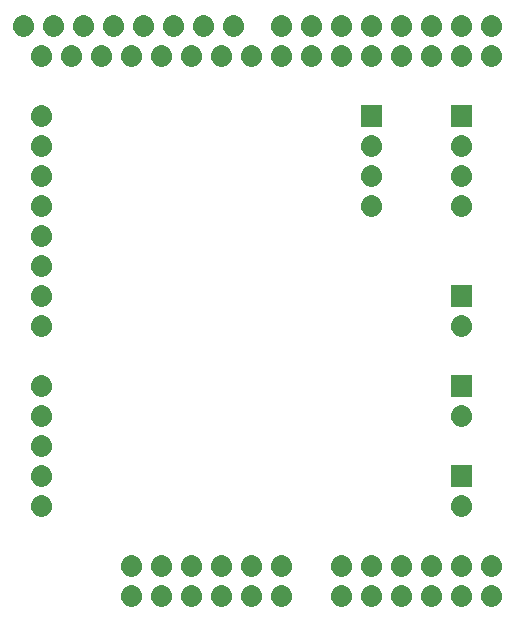
<source format=gbr>
G04 #@! TF.GenerationSoftware,KiCad,Pcbnew,(5.0.1)-4*
G04 #@! TF.CreationDate,2020-04-30T15:13:55+02:00*
G04 #@! TF.ProjectId,freqcounter,66726571636F756E7465722E6B696361,1*
G04 #@! TF.SameCoordinates,Original*
G04 #@! TF.FileFunction,Soldermask,Bot*
G04 #@! TF.FilePolarity,Negative*
%FSLAX46Y46*%
G04 Gerber Fmt 4.6, Leading zero omitted, Abs format (unit mm)*
G04 Created by KiCad (PCBNEW (5.0.1)-4) date 30/04/2020 15:13:55*
%MOMM*%
%LPD*%
G01*
G04 APERTURE LIST*
%ADD10C,0.100000*%
G04 APERTURE END LIST*
D10*
G36*
X162670443Y-107055519D02*
X162736627Y-107062037D01*
X162849853Y-107096384D01*
X162906467Y-107113557D01*
X163045087Y-107187652D01*
X163062991Y-107197222D01*
X163098729Y-107226552D01*
X163200186Y-107309814D01*
X163283448Y-107411271D01*
X163312778Y-107447009D01*
X163312779Y-107447011D01*
X163396443Y-107603533D01*
X163396443Y-107603534D01*
X163447963Y-107773373D01*
X163465359Y-107950000D01*
X163447963Y-108126627D01*
X163413616Y-108239853D01*
X163396443Y-108296467D01*
X163322348Y-108435087D01*
X163312778Y-108452991D01*
X163283448Y-108488729D01*
X163200186Y-108590186D01*
X163098729Y-108673448D01*
X163062991Y-108702778D01*
X163062989Y-108702779D01*
X162906467Y-108786443D01*
X162849853Y-108803616D01*
X162736627Y-108837963D01*
X162670442Y-108844482D01*
X162604260Y-108851000D01*
X162515740Y-108851000D01*
X162449558Y-108844482D01*
X162383373Y-108837963D01*
X162270147Y-108803616D01*
X162213533Y-108786443D01*
X162057011Y-108702779D01*
X162057009Y-108702778D01*
X162021271Y-108673448D01*
X161919814Y-108590186D01*
X161836552Y-108488729D01*
X161807222Y-108452991D01*
X161797652Y-108435087D01*
X161723557Y-108296467D01*
X161706384Y-108239853D01*
X161672037Y-108126627D01*
X161654641Y-107950000D01*
X161672037Y-107773373D01*
X161723557Y-107603534D01*
X161723557Y-107603533D01*
X161807221Y-107447011D01*
X161807222Y-107447009D01*
X161836552Y-107411271D01*
X161919814Y-107309814D01*
X162021271Y-107226552D01*
X162057009Y-107197222D01*
X162074913Y-107187652D01*
X162213533Y-107113557D01*
X162270147Y-107096384D01*
X162383373Y-107062037D01*
X162449557Y-107055519D01*
X162515740Y-107049000D01*
X162604260Y-107049000D01*
X162670443Y-107055519D01*
X162670443Y-107055519D01*
G37*
G36*
X160130443Y-107055519D02*
X160196627Y-107062037D01*
X160309853Y-107096384D01*
X160366467Y-107113557D01*
X160505087Y-107187652D01*
X160522991Y-107197222D01*
X160558729Y-107226552D01*
X160660186Y-107309814D01*
X160743448Y-107411271D01*
X160772778Y-107447009D01*
X160772779Y-107447011D01*
X160856443Y-107603533D01*
X160856443Y-107603534D01*
X160907963Y-107773373D01*
X160925359Y-107950000D01*
X160907963Y-108126627D01*
X160873616Y-108239853D01*
X160856443Y-108296467D01*
X160782348Y-108435087D01*
X160772778Y-108452991D01*
X160743448Y-108488729D01*
X160660186Y-108590186D01*
X160558729Y-108673448D01*
X160522991Y-108702778D01*
X160522989Y-108702779D01*
X160366467Y-108786443D01*
X160309853Y-108803616D01*
X160196627Y-108837963D01*
X160130442Y-108844482D01*
X160064260Y-108851000D01*
X159975740Y-108851000D01*
X159909558Y-108844482D01*
X159843373Y-108837963D01*
X159730147Y-108803616D01*
X159673533Y-108786443D01*
X159517011Y-108702779D01*
X159517009Y-108702778D01*
X159481271Y-108673448D01*
X159379814Y-108590186D01*
X159296552Y-108488729D01*
X159267222Y-108452991D01*
X159257652Y-108435087D01*
X159183557Y-108296467D01*
X159166384Y-108239853D01*
X159132037Y-108126627D01*
X159114641Y-107950000D01*
X159132037Y-107773373D01*
X159183557Y-107603534D01*
X159183557Y-107603533D01*
X159267221Y-107447011D01*
X159267222Y-107447009D01*
X159296552Y-107411271D01*
X159379814Y-107309814D01*
X159481271Y-107226552D01*
X159517009Y-107197222D01*
X159534913Y-107187652D01*
X159673533Y-107113557D01*
X159730147Y-107096384D01*
X159843373Y-107062037D01*
X159909557Y-107055519D01*
X159975740Y-107049000D01*
X160064260Y-107049000D01*
X160130443Y-107055519D01*
X160130443Y-107055519D01*
G37*
G36*
X157590443Y-107055519D02*
X157656627Y-107062037D01*
X157769853Y-107096384D01*
X157826467Y-107113557D01*
X157965087Y-107187652D01*
X157982991Y-107197222D01*
X158018729Y-107226552D01*
X158120186Y-107309814D01*
X158203448Y-107411271D01*
X158232778Y-107447009D01*
X158232779Y-107447011D01*
X158316443Y-107603533D01*
X158316443Y-107603534D01*
X158367963Y-107773373D01*
X158385359Y-107950000D01*
X158367963Y-108126627D01*
X158333616Y-108239853D01*
X158316443Y-108296467D01*
X158242348Y-108435087D01*
X158232778Y-108452991D01*
X158203448Y-108488729D01*
X158120186Y-108590186D01*
X158018729Y-108673448D01*
X157982991Y-108702778D01*
X157982989Y-108702779D01*
X157826467Y-108786443D01*
X157769853Y-108803616D01*
X157656627Y-108837963D01*
X157590442Y-108844482D01*
X157524260Y-108851000D01*
X157435740Y-108851000D01*
X157369558Y-108844482D01*
X157303373Y-108837963D01*
X157190147Y-108803616D01*
X157133533Y-108786443D01*
X156977011Y-108702779D01*
X156977009Y-108702778D01*
X156941271Y-108673448D01*
X156839814Y-108590186D01*
X156756552Y-108488729D01*
X156727222Y-108452991D01*
X156717652Y-108435087D01*
X156643557Y-108296467D01*
X156626384Y-108239853D01*
X156592037Y-108126627D01*
X156574641Y-107950000D01*
X156592037Y-107773373D01*
X156643557Y-107603534D01*
X156643557Y-107603533D01*
X156727221Y-107447011D01*
X156727222Y-107447009D01*
X156756552Y-107411271D01*
X156839814Y-107309814D01*
X156941271Y-107226552D01*
X156977009Y-107197222D01*
X156994913Y-107187652D01*
X157133533Y-107113557D01*
X157190147Y-107096384D01*
X157303373Y-107062037D01*
X157369557Y-107055519D01*
X157435740Y-107049000D01*
X157524260Y-107049000D01*
X157590443Y-107055519D01*
X157590443Y-107055519D01*
G37*
G36*
X155050443Y-107055519D02*
X155116627Y-107062037D01*
X155229853Y-107096384D01*
X155286467Y-107113557D01*
X155425087Y-107187652D01*
X155442991Y-107197222D01*
X155478729Y-107226552D01*
X155580186Y-107309814D01*
X155663448Y-107411271D01*
X155692778Y-107447009D01*
X155692779Y-107447011D01*
X155776443Y-107603533D01*
X155776443Y-107603534D01*
X155827963Y-107773373D01*
X155845359Y-107950000D01*
X155827963Y-108126627D01*
X155793616Y-108239853D01*
X155776443Y-108296467D01*
X155702348Y-108435087D01*
X155692778Y-108452991D01*
X155663448Y-108488729D01*
X155580186Y-108590186D01*
X155478729Y-108673448D01*
X155442991Y-108702778D01*
X155442989Y-108702779D01*
X155286467Y-108786443D01*
X155229853Y-108803616D01*
X155116627Y-108837963D01*
X155050442Y-108844482D01*
X154984260Y-108851000D01*
X154895740Y-108851000D01*
X154829558Y-108844482D01*
X154763373Y-108837963D01*
X154650147Y-108803616D01*
X154593533Y-108786443D01*
X154437011Y-108702779D01*
X154437009Y-108702778D01*
X154401271Y-108673448D01*
X154299814Y-108590186D01*
X154216552Y-108488729D01*
X154187222Y-108452991D01*
X154177652Y-108435087D01*
X154103557Y-108296467D01*
X154086384Y-108239853D01*
X154052037Y-108126627D01*
X154034641Y-107950000D01*
X154052037Y-107773373D01*
X154103557Y-107603534D01*
X154103557Y-107603533D01*
X154187221Y-107447011D01*
X154187222Y-107447009D01*
X154216552Y-107411271D01*
X154299814Y-107309814D01*
X154401271Y-107226552D01*
X154437009Y-107197222D01*
X154454913Y-107187652D01*
X154593533Y-107113557D01*
X154650147Y-107096384D01*
X154763373Y-107062037D01*
X154829557Y-107055519D01*
X154895740Y-107049000D01*
X154984260Y-107049000D01*
X155050443Y-107055519D01*
X155050443Y-107055519D01*
G37*
G36*
X152510443Y-107055519D02*
X152576627Y-107062037D01*
X152689853Y-107096384D01*
X152746467Y-107113557D01*
X152885087Y-107187652D01*
X152902991Y-107197222D01*
X152938729Y-107226552D01*
X153040186Y-107309814D01*
X153123448Y-107411271D01*
X153152778Y-107447009D01*
X153152779Y-107447011D01*
X153236443Y-107603533D01*
X153236443Y-107603534D01*
X153287963Y-107773373D01*
X153305359Y-107950000D01*
X153287963Y-108126627D01*
X153253616Y-108239853D01*
X153236443Y-108296467D01*
X153162348Y-108435087D01*
X153152778Y-108452991D01*
X153123448Y-108488729D01*
X153040186Y-108590186D01*
X152938729Y-108673448D01*
X152902991Y-108702778D01*
X152902989Y-108702779D01*
X152746467Y-108786443D01*
X152689853Y-108803616D01*
X152576627Y-108837963D01*
X152510442Y-108844482D01*
X152444260Y-108851000D01*
X152355740Y-108851000D01*
X152289558Y-108844482D01*
X152223373Y-108837963D01*
X152110147Y-108803616D01*
X152053533Y-108786443D01*
X151897011Y-108702779D01*
X151897009Y-108702778D01*
X151861271Y-108673448D01*
X151759814Y-108590186D01*
X151676552Y-108488729D01*
X151647222Y-108452991D01*
X151637652Y-108435087D01*
X151563557Y-108296467D01*
X151546384Y-108239853D01*
X151512037Y-108126627D01*
X151494641Y-107950000D01*
X151512037Y-107773373D01*
X151563557Y-107603534D01*
X151563557Y-107603533D01*
X151647221Y-107447011D01*
X151647222Y-107447009D01*
X151676552Y-107411271D01*
X151759814Y-107309814D01*
X151861271Y-107226552D01*
X151897009Y-107197222D01*
X151914913Y-107187652D01*
X152053533Y-107113557D01*
X152110147Y-107096384D01*
X152223373Y-107062037D01*
X152289557Y-107055519D01*
X152355740Y-107049000D01*
X152444260Y-107049000D01*
X152510443Y-107055519D01*
X152510443Y-107055519D01*
G37*
G36*
X149970443Y-107055519D02*
X150036627Y-107062037D01*
X150149853Y-107096384D01*
X150206467Y-107113557D01*
X150345087Y-107187652D01*
X150362991Y-107197222D01*
X150398729Y-107226552D01*
X150500186Y-107309814D01*
X150583448Y-107411271D01*
X150612778Y-107447009D01*
X150612779Y-107447011D01*
X150696443Y-107603533D01*
X150696443Y-107603534D01*
X150747963Y-107773373D01*
X150765359Y-107950000D01*
X150747963Y-108126627D01*
X150713616Y-108239853D01*
X150696443Y-108296467D01*
X150622348Y-108435087D01*
X150612778Y-108452991D01*
X150583448Y-108488729D01*
X150500186Y-108590186D01*
X150398729Y-108673448D01*
X150362991Y-108702778D01*
X150362989Y-108702779D01*
X150206467Y-108786443D01*
X150149853Y-108803616D01*
X150036627Y-108837963D01*
X149970442Y-108844482D01*
X149904260Y-108851000D01*
X149815740Y-108851000D01*
X149749558Y-108844482D01*
X149683373Y-108837963D01*
X149570147Y-108803616D01*
X149513533Y-108786443D01*
X149357011Y-108702779D01*
X149357009Y-108702778D01*
X149321271Y-108673448D01*
X149219814Y-108590186D01*
X149136552Y-108488729D01*
X149107222Y-108452991D01*
X149097652Y-108435087D01*
X149023557Y-108296467D01*
X149006384Y-108239853D01*
X148972037Y-108126627D01*
X148954641Y-107950000D01*
X148972037Y-107773373D01*
X149023557Y-107603534D01*
X149023557Y-107603533D01*
X149107221Y-107447011D01*
X149107222Y-107447009D01*
X149136552Y-107411271D01*
X149219814Y-107309814D01*
X149321271Y-107226552D01*
X149357009Y-107197222D01*
X149374913Y-107187652D01*
X149513533Y-107113557D01*
X149570147Y-107096384D01*
X149683373Y-107062037D01*
X149749557Y-107055519D01*
X149815740Y-107049000D01*
X149904260Y-107049000D01*
X149970443Y-107055519D01*
X149970443Y-107055519D01*
G37*
G36*
X132190443Y-107055519D02*
X132256627Y-107062037D01*
X132369853Y-107096384D01*
X132426467Y-107113557D01*
X132565087Y-107187652D01*
X132582991Y-107197222D01*
X132618729Y-107226552D01*
X132720186Y-107309814D01*
X132803448Y-107411271D01*
X132832778Y-107447009D01*
X132832779Y-107447011D01*
X132916443Y-107603533D01*
X132916443Y-107603534D01*
X132967963Y-107773373D01*
X132985359Y-107950000D01*
X132967963Y-108126627D01*
X132933616Y-108239853D01*
X132916443Y-108296467D01*
X132842348Y-108435087D01*
X132832778Y-108452991D01*
X132803448Y-108488729D01*
X132720186Y-108590186D01*
X132618729Y-108673448D01*
X132582991Y-108702778D01*
X132582989Y-108702779D01*
X132426467Y-108786443D01*
X132369853Y-108803616D01*
X132256627Y-108837963D01*
X132190442Y-108844482D01*
X132124260Y-108851000D01*
X132035740Y-108851000D01*
X131969558Y-108844482D01*
X131903373Y-108837963D01*
X131790147Y-108803616D01*
X131733533Y-108786443D01*
X131577011Y-108702779D01*
X131577009Y-108702778D01*
X131541271Y-108673448D01*
X131439814Y-108590186D01*
X131356552Y-108488729D01*
X131327222Y-108452991D01*
X131317652Y-108435087D01*
X131243557Y-108296467D01*
X131226384Y-108239853D01*
X131192037Y-108126627D01*
X131174641Y-107950000D01*
X131192037Y-107773373D01*
X131243557Y-107603534D01*
X131243557Y-107603533D01*
X131327221Y-107447011D01*
X131327222Y-107447009D01*
X131356552Y-107411271D01*
X131439814Y-107309814D01*
X131541271Y-107226552D01*
X131577009Y-107197222D01*
X131594913Y-107187652D01*
X131733533Y-107113557D01*
X131790147Y-107096384D01*
X131903373Y-107062037D01*
X131969557Y-107055519D01*
X132035740Y-107049000D01*
X132124260Y-107049000D01*
X132190443Y-107055519D01*
X132190443Y-107055519D01*
G37*
G36*
X137270443Y-107055519D02*
X137336627Y-107062037D01*
X137449853Y-107096384D01*
X137506467Y-107113557D01*
X137645087Y-107187652D01*
X137662991Y-107197222D01*
X137698729Y-107226552D01*
X137800186Y-107309814D01*
X137883448Y-107411271D01*
X137912778Y-107447009D01*
X137912779Y-107447011D01*
X137996443Y-107603533D01*
X137996443Y-107603534D01*
X138047963Y-107773373D01*
X138065359Y-107950000D01*
X138047963Y-108126627D01*
X138013616Y-108239853D01*
X137996443Y-108296467D01*
X137922348Y-108435087D01*
X137912778Y-108452991D01*
X137883448Y-108488729D01*
X137800186Y-108590186D01*
X137698729Y-108673448D01*
X137662991Y-108702778D01*
X137662989Y-108702779D01*
X137506467Y-108786443D01*
X137449853Y-108803616D01*
X137336627Y-108837963D01*
X137270442Y-108844482D01*
X137204260Y-108851000D01*
X137115740Y-108851000D01*
X137049558Y-108844482D01*
X136983373Y-108837963D01*
X136870147Y-108803616D01*
X136813533Y-108786443D01*
X136657011Y-108702779D01*
X136657009Y-108702778D01*
X136621271Y-108673448D01*
X136519814Y-108590186D01*
X136436552Y-108488729D01*
X136407222Y-108452991D01*
X136397652Y-108435087D01*
X136323557Y-108296467D01*
X136306384Y-108239853D01*
X136272037Y-108126627D01*
X136254641Y-107950000D01*
X136272037Y-107773373D01*
X136323557Y-107603534D01*
X136323557Y-107603533D01*
X136407221Y-107447011D01*
X136407222Y-107447009D01*
X136436552Y-107411271D01*
X136519814Y-107309814D01*
X136621271Y-107226552D01*
X136657009Y-107197222D01*
X136674913Y-107187652D01*
X136813533Y-107113557D01*
X136870147Y-107096384D01*
X136983373Y-107062037D01*
X137049557Y-107055519D01*
X137115740Y-107049000D01*
X137204260Y-107049000D01*
X137270443Y-107055519D01*
X137270443Y-107055519D01*
G37*
G36*
X139810443Y-107055519D02*
X139876627Y-107062037D01*
X139989853Y-107096384D01*
X140046467Y-107113557D01*
X140185087Y-107187652D01*
X140202991Y-107197222D01*
X140238729Y-107226552D01*
X140340186Y-107309814D01*
X140423448Y-107411271D01*
X140452778Y-107447009D01*
X140452779Y-107447011D01*
X140536443Y-107603533D01*
X140536443Y-107603534D01*
X140587963Y-107773373D01*
X140605359Y-107950000D01*
X140587963Y-108126627D01*
X140553616Y-108239853D01*
X140536443Y-108296467D01*
X140462348Y-108435087D01*
X140452778Y-108452991D01*
X140423448Y-108488729D01*
X140340186Y-108590186D01*
X140238729Y-108673448D01*
X140202991Y-108702778D01*
X140202989Y-108702779D01*
X140046467Y-108786443D01*
X139989853Y-108803616D01*
X139876627Y-108837963D01*
X139810442Y-108844482D01*
X139744260Y-108851000D01*
X139655740Y-108851000D01*
X139589558Y-108844482D01*
X139523373Y-108837963D01*
X139410147Y-108803616D01*
X139353533Y-108786443D01*
X139197011Y-108702779D01*
X139197009Y-108702778D01*
X139161271Y-108673448D01*
X139059814Y-108590186D01*
X138976552Y-108488729D01*
X138947222Y-108452991D01*
X138937652Y-108435087D01*
X138863557Y-108296467D01*
X138846384Y-108239853D01*
X138812037Y-108126627D01*
X138794641Y-107950000D01*
X138812037Y-107773373D01*
X138863557Y-107603534D01*
X138863557Y-107603533D01*
X138947221Y-107447011D01*
X138947222Y-107447009D01*
X138976552Y-107411271D01*
X139059814Y-107309814D01*
X139161271Y-107226552D01*
X139197009Y-107197222D01*
X139214913Y-107187652D01*
X139353533Y-107113557D01*
X139410147Y-107096384D01*
X139523373Y-107062037D01*
X139589557Y-107055519D01*
X139655740Y-107049000D01*
X139744260Y-107049000D01*
X139810443Y-107055519D01*
X139810443Y-107055519D01*
G37*
G36*
X142350443Y-107055519D02*
X142416627Y-107062037D01*
X142529853Y-107096384D01*
X142586467Y-107113557D01*
X142725087Y-107187652D01*
X142742991Y-107197222D01*
X142778729Y-107226552D01*
X142880186Y-107309814D01*
X142963448Y-107411271D01*
X142992778Y-107447009D01*
X142992779Y-107447011D01*
X143076443Y-107603533D01*
X143076443Y-107603534D01*
X143127963Y-107773373D01*
X143145359Y-107950000D01*
X143127963Y-108126627D01*
X143093616Y-108239853D01*
X143076443Y-108296467D01*
X143002348Y-108435087D01*
X142992778Y-108452991D01*
X142963448Y-108488729D01*
X142880186Y-108590186D01*
X142778729Y-108673448D01*
X142742991Y-108702778D01*
X142742989Y-108702779D01*
X142586467Y-108786443D01*
X142529853Y-108803616D01*
X142416627Y-108837963D01*
X142350442Y-108844482D01*
X142284260Y-108851000D01*
X142195740Y-108851000D01*
X142129558Y-108844482D01*
X142063373Y-108837963D01*
X141950147Y-108803616D01*
X141893533Y-108786443D01*
X141737011Y-108702779D01*
X141737009Y-108702778D01*
X141701271Y-108673448D01*
X141599814Y-108590186D01*
X141516552Y-108488729D01*
X141487222Y-108452991D01*
X141477652Y-108435087D01*
X141403557Y-108296467D01*
X141386384Y-108239853D01*
X141352037Y-108126627D01*
X141334641Y-107950000D01*
X141352037Y-107773373D01*
X141403557Y-107603534D01*
X141403557Y-107603533D01*
X141487221Y-107447011D01*
X141487222Y-107447009D01*
X141516552Y-107411271D01*
X141599814Y-107309814D01*
X141701271Y-107226552D01*
X141737009Y-107197222D01*
X141754913Y-107187652D01*
X141893533Y-107113557D01*
X141950147Y-107096384D01*
X142063373Y-107062037D01*
X142129557Y-107055519D01*
X142195740Y-107049000D01*
X142284260Y-107049000D01*
X142350443Y-107055519D01*
X142350443Y-107055519D01*
G37*
G36*
X144890443Y-107055519D02*
X144956627Y-107062037D01*
X145069853Y-107096384D01*
X145126467Y-107113557D01*
X145265087Y-107187652D01*
X145282991Y-107197222D01*
X145318729Y-107226552D01*
X145420186Y-107309814D01*
X145503448Y-107411271D01*
X145532778Y-107447009D01*
X145532779Y-107447011D01*
X145616443Y-107603533D01*
X145616443Y-107603534D01*
X145667963Y-107773373D01*
X145685359Y-107950000D01*
X145667963Y-108126627D01*
X145633616Y-108239853D01*
X145616443Y-108296467D01*
X145542348Y-108435087D01*
X145532778Y-108452991D01*
X145503448Y-108488729D01*
X145420186Y-108590186D01*
X145318729Y-108673448D01*
X145282991Y-108702778D01*
X145282989Y-108702779D01*
X145126467Y-108786443D01*
X145069853Y-108803616D01*
X144956627Y-108837963D01*
X144890442Y-108844482D01*
X144824260Y-108851000D01*
X144735740Y-108851000D01*
X144669558Y-108844482D01*
X144603373Y-108837963D01*
X144490147Y-108803616D01*
X144433533Y-108786443D01*
X144277011Y-108702779D01*
X144277009Y-108702778D01*
X144241271Y-108673448D01*
X144139814Y-108590186D01*
X144056552Y-108488729D01*
X144027222Y-108452991D01*
X144017652Y-108435087D01*
X143943557Y-108296467D01*
X143926384Y-108239853D01*
X143892037Y-108126627D01*
X143874641Y-107950000D01*
X143892037Y-107773373D01*
X143943557Y-107603534D01*
X143943557Y-107603533D01*
X144027221Y-107447011D01*
X144027222Y-107447009D01*
X144056552Y-107411271D01*
X144139814Y-107309814D01*
X144241271Y-107226552D01*
X144277009Y-107197222D01*
X144294913Y-107187652D01*
X144433533Y-107113557D01*
X144490147Y-107096384D01*
X144603373Y-107062037D01*
X144669557Y-107055519D01*
X144735740Y-107049000D01*
X144824260Y-107049000D01*
X144890443Y-107055519D01*
X144890443Y-107055519D01*
G37*
G36*
X134730443Y-107055519D02*
X134796627Y-107062037D01*
X134909853Y-107096384D01*
X134966467Y-107113557D01*
X135105087Y-107187652D01*
X135122991Y-107197222D01*
X135158729Y-107226552D01*
X135260186Y-107309814D01*
X135343448Y-107411271D01*
X135372778Y-107447009D01*
X135372779Y-107447011D01*
X135456443Y-107603533D01*
X135456443Y-107603534D01*
X135507963Y-107773373D01*
X135525359Y-107950000D01*
X135507963Y-108126627D01*
X135473616Y-108239853D01*
X135456443Y-108296467D01*
X135382348Y-108435087D01*
X135372778Y-108452991D01*
X135343448Y-108488729D01*
X135260186Y-108590186D01*
X135158729Y-108673448D01*
X135122991Y-108702778D01*
X135122989Y-108702779D01*
X134966467Y-108786443D01*
X134909853Y-108803616D01*
X134796627Y-108837963D01*
X134730442Y-108844482D01*
X134664260Y-108851000D01*
X134575740Y-108851000D01*
X134509558Y-108844482D01*
X134443373Y-108837963D01*
X134330147Y-108803616D01*
X134273533Y-108786443D01*
X134117011Y-108702779D01*
X134117009Y-108702778D01*
X134081271Y-108673448D01*
X133979814Y-108590186D01*
X133896552Y-108488729D01*
X133867222Y-108452991D01*
X133857652Y-108435087D01*
X133783557Y-108296467D01*
X133766384Y-108239853D01*
X133732037Y-108126627D01*
X133714641Y-107950000D01*
X133732037Y-107773373D01*
X133783557Y-107603534D01*
X133783557Y-107603533D01*
X133867221Y-107447011D01*
X133867222Y-107447009D01*
X133896552Y-107411271D01*
X133979814Y-107309814D01*
X134081271Y-107226552D01*
X134117009Y-107197222D01*
X134134913Y-107187652D01*
X134273533Y-107113557D01*
X134330147Y-107096384D01*
X134443373Y-107062037D01*
X134509557Y-107055519D01*
X134575740Y-107049000D01*
X134664260Y-107049000D01*
X134730443Y-107055519D01*
X134730443Y-107055519D01*
G37*
G36*
X134730442Y-104515518D02*
X134796627Y-104522037D01*
X134909853Y-104556384D01*
X134966467Y-104573557D01*
X135105087Y-104647652D01*
X135122991Y-104657222D01*
X135158729Y-104686552D01*
X135260186Y-104769814D01*
X135343448Y-104871271D01*
X135372778Y-104907009D01*
X135372779Y-104907011D01*
X135456443Y-105063533D01*
X135456443Y-105063534D01*
X135507963Y-105233373D01*
X135525359Y-105410000D01*
X135507963Y-105586627D01*
X135473616Y-105699853D01*
X135456443Y-105756467D01*
X135382348Y-105895087D01*
X135372778Y-105912991D01*
X135343448Y-105948729D01*
X135260186Y-106050186D01*
X135158729Y-106133448D01*
X135122991Y-106162778D01*
X135122989Y-106162779D01*
X134966467Y-106246443D01*
X134909853Y-106263616D01*
X134796627Y-106297963D01*
X134730443Y-106304481D01*
X134664260Y-106311000D01*
X134575740Y-106311000D01*
X134509557Y-106304481D01*
X134443373Y-106297963D01*
X134330147Y-106263616D01*
X134273533Y-106246443D01*
X134117011Y-106162779D01*
X134117009Y-106162778D01*
X134081271Y-106133448D01*
X133979814Y-106050186D01*
X133896552Y-105948729D01*
X133867222Y-105912991D01*
X133857652Y-105895087D01*
X133783557Y-105756467D01*
X133766384Y-105699853D01*
X133732037Y-105586627D01*
X133714641Y-105410000D01*
X133732037Y-105233373D01*
X133783557Y-105063534D01*
X133783557Y-105063533D01*
X133867221Y-104907011D01*
X133867222Y-104907009D01*
X133896552Y-104871271D01*
X133979814Y-104769814D01*
X134081271Y-104686552D01*
X134117009Y-104657222D01*
X134134913Y-104647652D01*
X134273533Y-104573557D01*
X134330147Y-104556384D01*
X134443373Y-104522037D01*
X134509557Y-104515519D01*
X134575740Y-104509000D01*
X134664260Y-104509000D01*
X134730442Y-104515518D01*
X134730442Y-104515518D01*
G37*
G36*
X137270442Y-104515518D02*
X137336627Y-104522037D01*
X137449853Y-104556384D01*
X137506467Y-104573557D01*
X137645087Y-104647652D01*
X137662991Y-104657222D01*
X137698729Y-104686552D01*
X137800186Y-104769814D01*
X137883448Y-104871271D01*
X137912778Y-104907009D01*
X137912779Y-104907011D01*
X137996443Y-105063533D01*
X137996443Y-105063534D01*
X138047963Y-105233373D01*
X138065359Y-105410000D01*
X138047963Y-105586627D01*
X138013616Y-105699853D01*
X137996443Y-105756467D01*
X137922348Y-105895087D01*
X137912778Y-105912991D01*
X137883448Y-105948729D01*
X137800186Y-106050186D01*
X137698729Y-106133448D01*
X137662991Y-106162778D01*
X137662989Y-106162779D01*
X137506467Y-106246443D01*
X137449853Y-106263616D01*
X137336627Y-106297963D01*
X137270443Y-106304481D01*
X137204260Y-106311000D01*
X137115740Y-106311000D01*
X137049557Y-106304481D01*
X136983373Y-106297963D01*
X136870147Y-106263616D01*
X136813533Y-106246443D01*
X136657011Y-106162779D01*
X136657009Y-106162778D01*
X136621271Y-106133448D01*
X136519814Y-106050186D01*
X136436552Y-105948729D01*
X136407222Y-105912991D01*
X136397652Y-105895087D01*
X136323557Y-105756467D01*
X136306384Y-105699853D01*
X136272037Y-105586627D01*
X136254641Y-105410000D01*
X136272037Y-105233373D01*
X136323557Y-105063534D01*
X136323557Y-105063533D01*
X136407221Y-104907011D01*
X136407222Y-104907009D01*
X136436552Y-104871271D01*
X136519814Y-104769814D01*
X136621271Y-104686552D01*
X136657009Y-104657222D01*
X136674913Y-104647652D01*
X136813533Y-104573557D01*
X136870147Y-104556384D01*
X136983373Y-104522037D01*
X137049557Y-104515519D01*
X137115740Y-104509000D01*
X137204260Y-104509000D01*
X137270442Y-104515518D01*
X137270442Y-104515518D01*
G37*
G36*
X139810442Y-104515518D02*
X139876627Y-104522037D01*
X139989853Y-104556384D01*
X140046467Y-104573557D01*
X140185087Y-104647652D01*
X140202991Y-104657222D01*
X140238729Y-104686552D01*
X140340186Y-104769814D01*
X140423448Y-104871271D01*
X140452778Y-104907009D01*
X140452779Y-104907011D01*
X140536443Y-105063533D01*
X140536443Y-105063534D01*
X140587963Y-105233373D01*
X140605359Y-105410000D01*
X140587963Y-105586627D01*
X140553616Y-105699853D01*
X140536443Y-105756467D01*
X140462348Y-105895087D01*
X140452778Y-105912991D01*
X140423448Y-105948729D01*
X140340186Y-106050186D01*
X140238729Y-106133448D01*
X140202991Y-106162778D01*
X140202989Y-106162779D01*
X140046467Y-106246443D01*
X139989853Y-106263616D01*
X139876627Y-106297963D01*
X139810443Y-106304481D01*
X139744260Y-106311000D01*
X139655740Y-106311000D01*
X139589557Y-106304481D01*
X139523373Y-106297963D01*
X139410147Y-106263616D01*
X139353533Y-106246443D01*
X139197011Y-106162779D01*
X139197009Y-106162778D01*
X139161271Y-106133448D01*
X139059814Y-106050186D01*
X138976552Y-105948729D01*
X138947222Y-105912991D01*
X138937652Y-105895087D01*
X138863557Y-105756467D01*
X138846384Y-105699853D01*
X138812037Y-105586627D01*
X138794641Y-105410000D01*
X138812037Y-105233373D01*
X138863557Y-105063534D01*
X138863557Y-105063533D01*
X138947221Y-104907011D01*
X138947222Y-104907009D01*
X138976552Y-104871271D01*
X139059814Y-104769814D01*
X139161271Y-104686552D01*
X139197009Y-104657222D01*
X139214913Y-104647652D01*
X139353533Y-104573557D01*
X139410147Y-104556384D01*
X139523373Y-104522037D01*
X139589557Y-104515519D01*
X139655740Y-104509000D01*
X139744260Y-104509000D01*
X139810442Y-104515518D01*
X139810442Y-104515518D01*
G37*
G36*
X142350442Y-104515518D02*
X142416627Y-104522037D01*
X142529853Y-104556384D01*
X142586467Y-104573557D01*
X142725087Y-104647652D01*
X142742991Y-104657222D01*
X142778729Y-104686552D01*
X142880186Y-104769814D01*
X142963448Y-104871271D01*
X142992778Y-104907009D01*
X142992779Y-104907011D01*
X143076443Y-105063533D01*
X143076443Y-105063534D01*
X143127963Y-105233373D01*
X143145359Y-105410000D01*
X143127963Y-105586627D01*
X143093616Y-105699853D01*
X143076443Y-105756467D01*
X143002348Y-105895087D01*
X142992778Y-105912991D01*
X142963448Y-105948729D01*
X142880186Y-106050186D01*
X142778729Y-106133448D01*
X142742991Y-106162778D01*
X142742989Y-106162779D01*
X142586467Y-106246443D01*
X142529853Y-106263616D01*
X142416627Y-106297963D01*
X142350443Y-106304481D01*
X142284260Y-106311000D01*
X142195740Y-106311000D01*
X142129557Y-106304481D01*
X142063373Y-106297963D01*
X141950147Y-106263616D01*
X141893533Y-106246443D01*
X141737011Y-106162779D01*
X141737009Y-106162778D01*
X141701271Y-106133448D01*
X141599814Y-106050186D01*
X141516552Y-105948729D01*
X141487222Y-105912991D01*
X141477652Y-105895087D01*
X141403557Y-105756467D01*
X141386384Y-105699853D01*
X141352037Y-105586627D01*
X141334641Y-105410000D01*
X141352037Y-105233373D01*
X141403557Y-105063534D01*
X141403557Y-105063533D01*
X141487221Y-104907011D01*
X141487222Y-104907009D01*
X141516552Y-104871271D01*
X141599814Y-104769814D01*
X141701271Y-104686552D01*
X141737009Y-104657222D01*
X141754913Y-104647652D01*
X141893533Y-104573557D01*
X141950147Y-104556384D01*
X142063373Y-104522037D01*
X142129557Y-104515519D01*
X142195740Y-104509000D01*
X142284260Y-104509000D01*
X142350442Y-104515518D01*
X142350442Y-104515518D01*
G37*
G36*
X144890442Y-104515518D02*
X144956627Y-104522037D01*
X145069853Y-104556384D01*
X145126467Y-104573557D01*
X145265087Y-104647652D01*
X145282991Y-104657222D01*
X145318729Y-104686552D01*
X145420186Y-104769814D01*
X145503448Y-104871271D01*
X145532778Y-104907009D01*
X145532779Y-104907011D01*
X145616443Y-105063533D01*
X145616443Y-105063534D01*
X145667963Y-105233373D01*
X145685359Y-105410000D01*
X145667963Y-105586627D01*
X145633616Y-105699853D01*
X145616443Y-105756467D01*
X145542348Y-105895087D01*
X145532778Y-105912991D01*
X145503448Y-105948729D01*
X145420186Y-106050186D01*
X145318729Y-106133448D01*
X145282991Y-106162778D01*
X145282989Y-106162779D01*
X145126467Y-106246443D01*
X145069853Y-106263616D01*
X144956627Y-106297963D01*
X144890443Y-106304481D01*
X144824260Y-106311000D01*
X144735740Y-106311000D01*
X144669557Y-106304481D01*
X144603373Y-106297963D01*
X144490147Y-106263616D01*
X144433533Y-106246443D01*
X144277011Y-106162779D01*
X144277009Y-106162778D01*
X144241271Y-106133448D01*
X144139814Y-106050186D01*
X144056552Y-105948729D01*
X144027222Y-105912991D01*
X144017652Y-105895087D01*
X143943557Y-105756467D01*
X143926384Y-105699853D01*
X143892037Y-105586627D01*
X143874641Y-105410000D01*
X143892037Y-105233373D01*
X143943557Y-105063534D01*
X143943557Y-105063533D01*
X144027221Y-104907011D01*
X144027222Y-104907009D01*
X144056552Y-104871271D01*
X144139814Y-104769814D01*
X144241271Y-104686552D01*
X144277009Y-104657222D01*
X144294913Y-104647652D01*
X144433533Y-104573557D01*
X144490147Y-104556384D01*
X144603373Y-104522037D01*
X144669557Y-104515519D01*
X144735740Y-104509000D01*
X144824260Y-104509000D01*
X144890442Y-104515518D01*
X144890442Y-104515518D01*
G37*
G36*
X132190442Y-104515518D02*
X132256627Y-104522037D01*
X132369853Y-104556384D01*
X132426467Y-104573557D01*
X132565087Y-104647652D01*
X132582991Y-104657222D01*
X132618729Y-104686552D01*
X132720186Y-104769814D01*
X132803448Y-104871271D01*
X132832778Y-104907009D01*
X132832779Y-104907011D01*
X132916443Y-105063533D01*
X132916443Y-105063534D01*
X132967963Y-105233373D01*
X132985359Y-105410000D01*
X132967963Y-105586627D01*
X132933616Y-105699853D01*
X132916443Y-105756467D01*
X132842348Y-105895087D01*
X132832778Y-105912991D01*
X132803448Y-105948729D01*
X132720186Y-106050186D01*
X132618729Y-106133448D01*
X132582991Y-106162778D01*
X132582989Y-106162779D01*
X132426467Y-106246443D01*
X132369853Y-106263616D01*
X132256627Y-106297963D01*
X132190443Y-106304481D01*
X132124260Y-106311000D01*
X132035740Y-106311000D01*
X131969557Y-106304481D01*
X131903373Y-106297963D01*
X131790147Y-106263616D01*
X131733533Y-106246443D01*
X131577011Y-106162779D01*
X131577009Y-106162778D01*
X131541271Y-106133448D01*
X131439814Y-106050186D01*
X131356552Y-105948729D01*
X131327222Y-105912991D01*
X131317652Y-105895087D01*
X131243557Y-105756467D01*
X131226384Y-105699853D01*
X131192037Y-105586627D01*
X131174641Y-105410000D01*
X131192037Y-105233373D01*
X131243557Y-105063534D01*
X131243557Y-105063533D01*
X131327221Y-104907011D01*
X131327222Y-104907009D01*
X131356552Y-104871271D01*
X131439814Y-104769814D01*
X131541271Y-104686552D01*
X131577009Y-104657222D01*
X131594913Y-104647652D01*
X131733533Y-104573557D01*
X131790147Y-104556384D01*
X131903373Y-104522037D01*
X131969557Y-104515519D01*
X132035740Y-104509000D01*
X132124260Y-104509000D01*
X132190442Y-104515518D01*
X132190442Y-104515518D01*
G37*
G36*
X149970442Y-104515518D02*
X150036627Y-104522037D01*
X150149853Y-104556384D01*
X150206467Y-104573557D01*
X150345087Y-104647652D01*
X150362991Y-104657222D01*
X150398729Y-104686552D01*
X150500186Y-104769814D01*
X150583448Y-104871271D01*
X150612778Y-104907009D01*
X150612779Y-104907011D01*
X150696443Y-105063533D01*
X150696443Y-105063534D01*
X150747963Y-105233373D01*
X150765359Y-105410000D01*
X150747963Y-105586627D01*
X150713616Y-105699853D01*
X150696443Y-105756467D01*
X150622348Y-105895087D01*
X150612778Y-105912991D01*
X150583448Y-105948729D01*
X150500186Y-106050186D01*
X150398729Y-106133448D01*
X150362991Y-106162778D01*
X150362989Y-106162779D01*
X150206467Y-106246443D01*
X150149853Y-106263616D01*
X150036627Y-106297963D01*
X149970443Y-106304481D01*
X149904260Y-106311000D01*
X149815740Y-106311000D01*
X149749557Y-106304481D01*
X149683373Y-106297963D01*
X149570147Y-106263616D01*
X149513533Y-106246443D01*
X149357011Y-106162779D01*
X149357009Y-106162778D01*
X149321271Y-106133448D01*
X149219814Y-106050186D01*
X149136552Y-105948729D01*
X149107222Y-105912991D01*
X149097652Y-105895087D01*
X149023557Y-105756467D01*
X149006384Y-105699853D01*
X148972037Y-105586627D01*
X148954641Y-105410000D01*
X148972037Y-105233373D01*
X149023557Y-105063534D01*
X149023557Y-105063533D01*
X149107221Y-104907011D01*
X149107222Y-104907009D01*
X149136552Y-104871271D01*
X149219814Y-104769814D01*
X149321271Y-104686552D01*
X149357009Y-104657222D01*
X149374913Y-104647652D01*
X149513533Y-104573557D01*
X149570147Y-104556384D01*
X149683373Y-104522037D01*
X149749557Y-104515519D01*
X149815740Y-104509000D01*
X149904260Y-104509000D01*
X149970442Y-104515518D01*
X149970442Y-104515518D01*
G37*
G36*
X152510442Y-104515518D02*
X152576627Y-104522037D01*
X152689853Y-104556384D01*
X152746467Y-104573557D01*
X152885087Y-104647652D01*
X152902991Y-104657222D01*
X152938729Y-104686552D01*
X153040186Y-104769814D01*
X153123448Y-104871271D01*
X153152778Y-104907009D01*
X153152779Y-104907011D01*
X153236443Y-105063533D01*
X153236443Y-105063534D01*
X153287963Y-105233373D01*
X153305359Y-105410000D01*
X153287963Y-105586627D01*
X153253616Y-105699853D01*
X153236443Y-105756467D01*
X153162348Y-105895087D01*
X153152778Y-105912991D01*
X153123448Y-105948729D01*
X153040186Y-106050186D01*
X152938729Y-106133448D01*
X152902991Y-106162778D01*
X152902989Y-106162779D01*
X152746467Y-106246443D01*
X152689853Y-106263616D01*
X152576627Y-106297963D01*
X152510443Y-106304481D01*
X152444260Y-106311000D01*
X152355740Y-106311000D01*
X152289557Y-106304481D01*
X152223373Y-106297963D01*
X152110147Y-106263616D01*
X152053533Y-106246443D01*
X151897011Y-106162779D01*
X151897009Y-106162778D01*
X151861271Y-106133448D01*
X151759814Y-106050186D01*
X151676552Y-105948729D01*
X151647222Y-105912991D01*
X151637652Y-105895087D01*
X151563557Y-105756467D01*
X151546384Y-105699853D01*
X151512037Y-105586627D01*
X151494641Y-105410000D01*
X151512037Y-105233373D01*
X151563557Y-105063534D01*
X151563557Y-105063533D01*
X151647221Y-104907011D01*
X151647222Y-104907009D01*
X151676552Y-104871271D01*
X151759814Y-104769814D01*
X151861271Y-104686552D01*
X151897009Y-104657222D01*
X151914913Y-104647652D01*
X152053533Y-104573557D01*
X152110147Y-104556384D01*
X152223373Y-104522037D01*
X152289557Y-104515519D01*
X152355740Y-104509000D01*
X152444260Y-104509000D01*
X152510442Y-104515518D01*
X152510442Y-104515518D01*
G37*
G36*
X155050442Y-104515518D02*
X155116627Y-104522037D01*
X155229853Y-104556384D01*
X155286467Y-104573557D01*
X155425087Y-104647652D01*
X155442991Y-104657222D01*
X155478729Y-104686552D01*
X155580186Y-104769814D01*
X155663448Y-104871271D01*
X155692778Y-104907009D01*
X155692779Y-104907011D01*
X155776443Y-105063533D01*
X155776443Y-105063534D01*
X155827963Y-105233373D01*
X155845359Y-105410000D01*
X155827963Y-105586627D01*
X155793616Y-105699853D01*
X155776443Y-105756467D01*
X155702348Y-105895087D01*
X155692778Y-105912991D01*
X155663448Y-105948729D01*
X155580186Y-106050186D01*
X155478729Y-106133448D01*
X155442991Y-106162778D01*
X155442989Y-106162779D01*
X155286467Y-106246443D01*
X155229853Y-106263616D01*
X155116627Y-106297963D01*
X155050443Y-106304481D01*
X154984260Y-106311000D01*
X154895740Y-106311000D01*
X154829557Y-106304481D01*
X154763373Y-106297963D01*
X154650147Y-106263616D01*
X154593533Y-106246443D01*
X154437011Y-106162779D01*
X154437009Y-106162778D01*
X154401271Y-106133448D01*
X154299814Y-106050186D01*
X154216552Y-105948729D01*
X154187222Y-105912991D01*
X154177652Y-105895087D01*
X154103557Y-105756467D01*
X154086384Y-105699853D01*
X154052037Y-105586627D01*
X154034641Y-105410000D01*
X154052037Y-105233373D01*
X154103557Y-105063534D01*
X154103557Y-105063533D01*
X154187221Y-104907011D01*
X154187222Y-104907009D01*
X154216552Y-104871271D01*
X154299814Y-104769814D01*
X154401271Y-104686552D01*
X154437009Y-104657222D01*
X154454913Y-104647652D01*
X154593533Y-104573557D01*
X154650147Y-104556384D01*
X154763373Y-104522037D01*
X154829557Y-104515519D01*
X154895740Y-104509000D01*
X154984260Y-104509000D01*
X155050442Y-104515518D01*
X155050442Y-104515518D01*
G37*
G36*
X160130442Y-104515518D02*
X160196627Y-104522037D01*
X160309853Y-104556384D01*
X160366467Y-104573557D01*
X160505087Y-104647652D01*
X160522991Y-104657222D01*
X160558729Y-104686552D01*
X160660186Y-104769814D01*
X160743448Y-104871271D01*
X160772778Y-104907009D01*
X160772779Y-104907011D01*
X160856443Y-105063533D01*
X160856443Y-105063534D01*
X160907963Y-105233373D01*
X160925359Y-105410000D01*
X160907963Y-105586627D01*
X160873616Y-105699853D01*
X160856443Y-105756467D01*
X160782348Y-105895087D01*
X160772778Y-105912991D01*
X160743448Y-105948729D01*
X160660186Y-106050186D01*
X160558729Y-106133448D01*
X160522991Y-106162778D01*
X160522989Y-106162779D01*
X160366467Y-106246443D01*
X160309853Y-106263616D01*
X160196627Y-106297963D01*
X160130443Y-106304481D01*
X160064260Y-106311000D01*
X159975740Y-106311000D01*
X159909557Y-106304481D01*
X159843373Y-106297963D01*
X159730147Y-106263616D01*
X159673533Y-106246443D01*
X159517011Y-106162779D01*
X159517009Y-106162778D01*
X159481271Y-106133448D01*
X159379814Y-106050186D01*
X159296552Y-105948729D01*
X159267222Y-105912991D01*
X159257652Y-105895087D01*
X159183557Y-105756467D01*
X159166384Y-105699853D01*
X159132037Y-105586627D01*
X159114641Y-105410000D01*
X159132037Y-105233373D01*
X159183557Y-105063534D01*
X159183557Y-105063533D01*
X159267221Y-104907011D01*
X159267222Y-104907009D01*
X159296552Y-104871271D01*
X159379814Y-104769814D01*
X159481271Y-104686552D01*
X159517009Y-104657222D01*
X159534913Y-104647652D01*
X159673533Y-104573557D01*
X159730147Y-104556384D01*
X159843373Y-104522037D01*
X159909557Y-104515519D01*
X159975740Y-104509000D01*
X160064260Y-104509000D01*
X160130442Y-104515518D01*
X160130442Y-104515518D01*
G37*
G36*
X157590442Y-104515518D02*
X157656627Y-104522037D01*
X157769853Y-104556384D01*
X157826467Y-104573557D01*
X157965087Y-104647652D01*
X157982991Y-104657222D01*
X158018729Y-104686552D01*
X158120186Y-104769814D01*
X158203448Y-104871271D01*
X158232778Y-104907009D01*
X158232779Y-104907011D01*
X158316443Y-105063533D01*
X158316443Y-105063534D01*
X158367963Y-105233373D01*
X158385359Y-105410000D01*
X158367963Y-105586627D01*
X158333616Y-105699853D01*
X158316443Y-105756467D01*
X158242348Y-105895087D01*
X158232778Y-105912991D01*
X158203448Y-105948729D01*
X158120186Y-106050186D01*
X158018729Y-106133448D01*
X157982991Y-106162778D01*
X157982989Y-106162779D01*
X157826467Y-106246443D01*
X157769853Y-106263616D01*
X157656627Y-106297963D01*
X157590443Y-106304481D01*
X157524260Y-106311000D01*
X157435740Y-106311000D01*
X157369557Y-106304481D01*
X157303373Y-106297963D01*
X157190147Y-106263616D01*
X157133533Y-106246443D01*
X156977011Y-106162779D01*
X156977009Y-106162778D01*
X156941271Y-106133448D01*
X156839814Y-106050186D01*
X156756552Y-105948729D01*
X156727222Y-105912991D01*
X156717652Y-105895087D01*
X156643557Y-105756467D01*
X156626384Y-105699853D01*
X156592037Y-105586627D01*
X156574641Y-105410000D01*
X156592037Y-105233373D01*
X156643557Y-105063534D01*
X156643557Y-105063533D01*
X156727221Y-104907011D01*
X156727222Y-104907009D01*
X156756552Y-104871271D01*
X156839814Y-104769814D01*
X156941271Y-104686552D01*
X156977009Y-104657222D01*
X156994913Y-104647652D01*
X157133533Y-104573557D01*
X157190147Y-104556384D01*
X157303373Y-104522037D01*
X157369557Y-104515519D01*
X157435740Y-104509000D01*
X157524260Y-104509000D01*
X157590442Y-104515518D01*
X157590442Y-104515518D01*
G37*
G36*
X162670442Y-104515518D02*
X162736627Y-104522037D01*
X162849853Y-104556384D01*
X162906467Y-104573557D01*
X163045087Y-104647652D01*
X163062991Y-104657222D01*
X163098729Y-104686552D01*
X163200186Y-104769814D01*
X163283448Y-104871271D01*
X163312778Y-104907009D01*
X163312779Y-104907011D01*
X163396443Y-105063533D01*
X163396443Y-105063534D01*
X163447963Y-105233373D01*
X163465359Y-105410000D01*
X163447963Y-105586627D01*
X163413616Y-105699853D01*
X163396443Y-105756467D01*
X163322348Y-105895087D01*
X163312778Y-105912991D01*
X163283448Y-105948729D01*
X163200186Y-106050186D01*
X163098729Y-106133448D01*
X163062991Y-106162778D01*
X163062989Y-106162779D01*
X162906467Y-106246443D01*
X162849853Y-106263616D01*
X162736627Y-106297963D01*
X162670443Y-106304481D01*
X162604260Y-106311000D01*
X162515740Y-106311000D01*
X162449557Y-106304481D01*
X162383373Y-106297963D01*
X162270147Y-106263616D01*
X162213533Y-106246443D01*
X162057011Y-106162779D01*
X162057009Y-106162778D01*
X162021271Y-106133448D01*
X161919814Y-106050186D01*
X161836552Y-105948729D01*
X161807222Y-105912991D01*
X161797652Y-105895087D01*
X161723557Y-105756467D01*
X161706384Y-105699853D01*
X161672037Y-105586627D01*
X161654641Y-105410000D01*
X161672037Y-105233373D01*
X161723557Y-105063534D01*
X161723557Y-105063533D01*
X161807221Y-104907011D01*
X161807222Y-104907009D01*
X161836552Y-104871271D01*
X161919814Y-104769814D01*
X162021271Y-104686552D01*
X162057009Y-104657222D01*
X162074913Y-104647652D01*
X162213533Y-104573557D01*
X162270147Y-104556384D01*
X162383373Y-104522037D01*
X162449557Y-104515519D01*
X162515740Y-104509000D01*
X162604260Y-104509000D01*
X162670442Y-104515518D01*
X162670442Y-104515518D01*
G37*
G36*
X160130442Y-99435518D02*
X160196627Y-99442037D01*
X160309853Y-99476384D01*
X160366467Y-99493557D01*
X160505087Y-99567652D01*
X160522991Y-99577222D01*
X160558729Y-99606552D01*
X160660186Y-99689814D01*
X160743448Y-99791271D01*
X160772778Y-99827009D01*
X160772779Y-99827011D01*
X160856443Y-99983533D01*
X160856443Y-99983534D01*
X160907963Y-100153373D01*
X160925359Y-100330000D01*
X160907963Y-100506627D01*
X160873616Y-100619853D01*
X160856443Y-100676467D01*
X160782348Y-100815087D01*
X160772778Y-100832991D01*
X160743448Y-100868729D01*
X160660186Y-100970186D01*
X160558729Y-101053448D01*
X160522991Y-101082778D01*
X160522989Y-101082779D01*
X160366467Y-101166443D01*
X160309853Y-101183616D01*
X160196627Y-101217963D01*
X160130442Y-101224482D01*
X160064260Y-101231000D01*
X159975740Y-101231000D01*
X159909557Y-101224481D01*
X159843373Y-101217963D01*
X159730147Y-101183616D01*
X159673533Y-101166443D01*
X159517011Y-101082779D01*
X159517009Y-101082778D01*
X159481271Y-101053448D01*
X159379814Y-100970186D01*
X159296552Y-100868729D01*
X159267222Y-100832991D01*
X159257652Y-100815087D01*
X159183557Y-100676467D01*
X159166384Y-100619853D01*
X159132037Y-100506627D01*
X159114641Y-100330000D01*
X159132037Y-100153373D01*
X159183557Y-99983534D01*
X159183557Y-99983533D01*
X159267221Y-99827011D01*
X159267222Y-99827009D01*
X159296552Y-99791271D01*
X159379814Y-99689814D01*
X159481271Y-99606552D01*
X159517009Y-99577222D01*
X159534913Y-99567652D01*
X159673533Y-99493557D01*
X159730147Y-99476384D01*
X159843373Y-99442037D01*
X159909557Y-99435519D01*
X159975740Y-99429000D01*
X160064260Y-99429000D01*
X160130442Y-99435518D01*
X160130442Y-99435518D01*
G37*
G36*
X124570442Y-99435518D02*
X124636627Y-99442037D01*
X124749853Y-99476384D01*
X124806467Y-99493557D01*
X124945087Y-99567652D01*
X124962991Y-99577222D01*
X124998729Y-99606552D01*
X125100186Y-99689814D01*
X125183448Y-99791271D01*
X125212778Y-99827009D01*
X125212779Y-99827011D01*
X125296443Y-99983533D01*
X125296443Y-99983534D01*
X125347963Y-100153373D01*
X125365359Y-100330000D01*
X125347963Y-100506627D01*
X125313616Y-100619853D01*
X125296443Y-100676467D01*
X125222348Y-100815087D01*
X125212778Y-100832991D01*
X125183448Y-100868729D01*
X125100186Y-100970186D01*
X124998729Y-101053448D01*
X124962991Y-101082778D01*
X124962989Y-101082779D01*
X124806467Y-101166443D01*
X124749853Y-101183616D01*
X124636627Y-101217963D01*
X124570442Y-101224482D01*
X124504260Y-101231000D01*
X124415740Y-101231000D01*
X124349557Y-101224481D01*
X124283373Y-101217963D01*
X124170147Y-101183616D01*
X124113533Y-101166443D01*
X123957011Y-101082779D01*
X123957009Y-101082778D01*
X123921271Y-101053448D01*
X123819814Y-100970186D01*
X123736552Y-100868729D01*
X123707222Y-100832991D01*
X123697652Y-100815087D01*
X123623557Y-100676467D01*
X123606384Y-100619853D01*
X123572037Y-100506627D01*
X123554641Y-100330000D01*
X123572037Y-100153373D01*
X123623557Y-99983534D01*
X123623557Y-99983533D01*
X123707221Y-99827011D01*
X123707222Y-99827009D01*
X123736552Y-99791271D01*
X123819814Y-99689814D01*
X123921271Y-99606552D01*
X123957009Y-99577222D01*
X123974913Y-99567652D01*
X124113533Y-99493557D01*
X124170147Y-99476384D01*
X124283373Y-99442037D01*
X124349557Y-99435519D01*
X124415740Y-99429000D01*
X124504260Y-99429000D01*
X124570442Y-99435518D01*
X124570442Y-99435518D01*
G37*
G36*
X160921000Y-98691000D02*
X159119000Y-98691000D01*
X159119000Y-96889000D01*
X160921000Y-96889000D01*
X160921000Y-98691000D01*
X160921000Y-98691000D01*
G37*
G36*
X124570443Y-96895519D02*
X124636627Y-96902037D01*
X124749853Y-96936384D01*
X124806467Y-96953557D01*
X124945087Y-97027652D01*
X124962991Y-97037222D01*
X124998729Y-97066552D01*
X125100186Y-97149814D01*
X125183448Y-97251271D01*
X125212778Y-97287009D01*
X125212779Y-97287011D01*
X125296443Y-97443533D01*
X125296443Y-97443534D01*
X125347963Y-97613373D01*
X125365359Y-97790000D01*
X125347963Y-97966627D01*
X125313616Y-98079853D01*
X125296443Y-98136467D01*
X125222348Y-98275087D01*
X125212778Y-98292991D01*
X125183448Y-98328729D01*
X125100186Y-98430186D01*
X124998729Y-98513448D01*
X124962991Y-98542778D01*
X124962989Y-98542779D01*
X124806467Y-98626443D01*
X124749853Y-98643616D01*
X124636627Y-98677963D01*
X124570443Y-98684481D01*
X124504260Y-98691000D01*
X124415740Y-98691000D01*
X124349558Y-98684482D01*
X124283373Y-98677963D01*
X124170147Y-98643616D01*
X124113533Y-98626443D01*
X123957011Y-98542779D01*
X123957009Y-98542778D01*
X123921271Y-98513448D01*
X123819814Y-98430186D01*
X123736552Y-98328729D01*
X123707222Y-98292991D01*
X123697652Y-98275087D01*
X123623557Y-98136467D01*
X123606384Y-98079853D01*
X123572037Y-97966627D01*
X123554641Y-97790000D01*
X123572037Y-97613373D01*
X123623557Y-97443534D01*
X123623557Y-97443533D01*
X123707221Y-97287011D01*
X123707222Y-97287009D01*
X123736552Y-97251271D01*
X123819814Y-97149814D01*
X123921271Y-97066552D01*
X123957009Y-97037222D01*
X123974913Y-97027652D01*
X124113533Y-96953557D01*
X124170147Y-96936384D01*
X124283373Y-96902037D01*
X124349557Y-96895519D01*
X124415740Y-96889000D01*
X124504260Y-96889000D01*
X124570443Y-96895519D01*
X124570443Y-96895519D01*
G37*
G36*
X124570443Y-94355519D02*
X124636627Y-94362037D01*
X124749853Y-94396384D01*
X124806467Y-94413557D01*
X124945087Y-94487652D01*
X124962991Y-94497222D01*
X124998729Y-94526552D01*
X125100186Y-94609814D01*
X125183448Y-94711271D01*
X125212778Y-94747009D01*
X125212779Y-94747011D01*
X125296443Y-94903533D01*
X125296443Y-94903534D01*
X125347963Y-95073373D01*
X125365359Y-95250000D01*
X125347963Y-95426627D01*
X125313616Y-95539853D01*
X125296443Y-95596467D01*
X125222348Y-95735087D01*
X125212778Y-95752991D01*
X125183448Y-95788729D01*
X125100186Y-95890186D01*
X124998729Y-95973448D01*
X124962991Y-96002778D01*
X124962989Y-96002779D01*
X124806467Y-96086443D01*
X124749853Y-96103616D01*
X124636627Y-96137963D01*
X124570443Y-96144481D01*
X124504260Y-96151000D01*
X124415740Y-96151000D01*
X124349557Y-96144481D01*
X124283373Y-96137963D01*
X124170147Y-96103616D01*
X124113533Y-96086443D01*
X123957011Y-96002779D01*
X123957009Y-96002778D01*
X123921271Y-95973448D01*
X123819814Y-95890186D01*
X123736552Y-95788729D01*
X123707222Y-95752991D01*
X123697652Y-95735087D01*
X123623557Y-95596467D01*
X123606384Y-95539853D01*
X123572037Y-95426627D01*
X123554641Y-95250000D01*
X123572037Y-95073373D01*
X123623557Y-94903534D01*
X123623557Y-94903533D01*
X123707221Y-94747011D01*
X123707222Y-94747009D01*
X123736552Y-94711271D01*
X123819814Y-94609814D01*
X123921271Y-94526552D01*
X123957009Y-94497222D01*
X123974913Y-94487652D01*
X124113533Y-94413557D01*
X124170147Y-94396384D01*
X124283373Y-94362037D01*
X124349558Y-94355518D01*
X124415740Y-94349000D01*
X124504260Y-94349000D01*
X124570443Y-94355519D01*
X124570443Y-94355519D01*
G37*
G36*
X160130442Y-91815518D02*
X160196627Y-91822037D01*
X160309853Y-91856384D01*
X160366467Y-91873557D01*
X160505087Y-91947652D01*
X160522991Y-91957222D01*
X160558729Y-91986552D01*
X160660186Y-92069814D01*
X160743448Y-92171271D01*
X160772778Y-92207009D01*
X160772779Y-92207011D01*
X160856443Y-92363533D01*
X160856443Y-92363534D01*
X160907963Y-92533373D01*
X160925359Y-92710000D01*
X160907963Y-92886627D01*
X160873616Y-92999853D01*
X160856443Y-93056467D01*
X160782348Y-93195087D01*
X160772778Y-93212991D01*
X160743448Y-93248729D01*
X160660186Y-93350186D01*
X160558729Y-93433448D01*
X160522991Y-93462778D01*
X160522989Y-93462779D01*
X160366467Y-93546443D01*
X160309853Y-93563616D01*
X160196627Y-93597963D01*
X160130443Y-93604481D01*
X160064260Y-93611000D01*
X159975740Y-93611000D01*
X159909557Y-93604481D01*
X159843373Y-93597963D01*
X159730147Y-93563616D01*
X159673533Y-93546443D01*
X159517011Y-93462779D01*
X159517009Y-93462778D01*
X159481271Y-93433448D01*
X159379814Y-93350186D01*
X159296552Y-93248729D01*
X159267222Y-93212991D01*
X159257652Y-93195087D01*
X159183557Y-93056467D01*
X159166384Y-92999853D01*
X159132037Y-92886627D01*
X159114641Y-92710000D01*
X159132037Y-92533373D01*
X159183557Y-92363534D01*
X159183557Y-92363533D01*
X159267221Y-92207011D01*
X159267222Y-92207009D01*
X159296552Y-92171271D01*
X159379814Y-92069814D01*
X159481271Y-91986552D01*
X159517009Y-91957222D01*
X159534913Y-91947652D01*
X159673533Y-91873557D01*
X159730147Y-91856384D01*
X159843373Y-91822037D01*
X159909557Y-91815519D01*
X159975740Y-91809000D01*
X160064260Y-91809000D01*
X160130442Y-91815518D01*
X160130442Y-91815518D01*
G37*
G36*
X124570442Y-91815518D02*
X124636627Y-91822037D01*
X124749853Y-91856384D01*
X124806467Y-91873557D01*
X124945087Y-91947652D01*
X124962991Y-91957222D01*
X124998729Y-91986552D01*
X125100186Y-92069814D01*
X125183448Y-92171271D01*
X125212778Y-92207009D01*
X125212779Y-92207011D01*
X125296443Y-92363533D01*
X125296443Y-92363534D01*
X125347963Y-92533373D01*
X125365359Y-92710000D01*
X125347963Y-92886627D01*
X125313616Y-92999853D01*
X125296443Y-93056467D01*
X125222348Y-93195087D01*
X125212778Y-93212991D01*
X125183448Y-93248729D01*
X125100186Y-93350186D01*
X124998729Y-93433448D01*
X124962991Y-93462778D01*
X124962989Y-93462779D01*
X124806467Y-93546443D01*
X124749853Y-93563616D01*
X124636627Y-93597963D01*
X124570443Y-93604481D01*
X124504260Y-93611000D01*
X124415740Y-93611000D01*
X124349557Y-93604481D01*
X124283373Y-93597963D01*
X124170147Y-93563616D01*
X124113533Y-93546443D01*
X123957011Y-93462779D01*
X123957009Y-93462778D01*
X123921271Y-93433448D01*
X123819814Y-93350186D01*
X123736552Y-93248729D01*
X123707222Y-93212991D01*
X123697652Y-93195087D01*
X123623557Y-93056467D01*
X123606384Y-92999853D01*
X123572037Y-92886627D01*
X123554641Y-92710000D01*
X123572037Y-92533373D01*
X123623557Y-92363534D01*
X123623557Y-92363533D01*
X123707221Y-92207011D01*
X123707222Y-92207009D01*
X123736552Y-92171271D01*
X123819814Y-92069814D01*
X123921271Y-91986552D01*
X123957009Y-91957222D01*
X123974913Y-91947652D01*
X124113533Y-91873557D01*
X124170147Y-91856384D01*
X124283373Y-91822037D01*
X124349558Y-91815518D01*
X124415740Y-91809000D01*
X124504260Y-91809000D01*
X124570442Y-91815518D01*
X124570442Y-91815518D01*
G37*
G36*
X160921000Y-91071000D02*
X159119000Y-91071000D01*
X159119000Y-89269000D01*
X160921000Y-89269000D01*
X160921000Y-91071000D01*
X160921000Y-91071000D01*
G37*
G36*
X124570442Y-89275518D02*
X124636627Y-89282037D01*
X124749853Y-89316384D01*
X124806467Y-89333557D01*
X124945087Y-89407652D01*
X124962991Y-89417222D01*
X124998729Y-89446552D01*
X125100186Y-89529814D01*
X125183448Y-89631271D01*
X125212778Y-89667009D01*
X125212779Y-89667011D01*
X125296443Y-89823533D01*
X125296443Y-89823534D01*
X125347963Y-89993373D01*
X125365359Y-90170000D01*
X125347963Y-90346627D01*
X125313616Y-90459853D01*
X125296443Y-90516467D01*
X125222348Y-90655087D01*
X125212778Y-90672991D01*
X125183448Y-90708729D01*
X125100186Y-90810186D01*
X124998729Y-90893448D01*
X124962991Y-90922778D01*
X124962989Y-90922779D01*
X124806467Y-91006443D01*
X124749853Y-91023616D01*
X124636627Y-91057963D01*
X124570443Y-91064481D01*
X124504260Y-91071000D01*
X124415740Y-91071000D01*
X124349557Y-91064481D01*
X124283373Y-91057963D01*
X124170147Y-91023616D01*
X124113533Y-91006443D01*
X123957011Y-90922779D01*
X123957009Y-90922778D01*
X123921271Y-90893448D01*
X123819814Y-90810186D01*
X123736552Y-90708729D01*
X123707222Y-90672991D01*
X123697652Y-90655087D01*
X123623557Y-90516467D01*
X123606384Y-90459853D01*
X123572037Y-90346627D01*
X123554641Y-90170000D01*
X123572037Y-89993373D01*
X123623557Y-89823534D01*
X123623557Y-89823533D01*
X123707221Y-89667011D01*
X123707222Y-89667009D01*
X123736552Y-89631271D01*
X123819814Y-89529814D01*
X123921271Y-89446552D01*
X123957009Y-89417222D01*
X123974913Y-89407652D01*
X124113533Y-89333557D01*
X124170147Y-89316384D01*
X124283373Y-89282037D01*
X124349558Y-89275518D01*
X124415740Y-89269000D01*
X124504260Y-89269000D01*
X124570442Y-89275518D01*
X124570442Y-89275518D01*
G37*
G36*
X124570442Y-84195518D02*
X124636627Y-84202037D01*
X124749853Y-84236384D01*
X124806467Y-84253557D01*
X124945087Y-84327652D01*
X124962991Y-84337222D01*
X124998729Y-84366552D01*
X125100186Y-84449814D01*
X125183448Y-84551271D01*
X125212778Y-84587009D01*
X125212779Y-84587011D01*
X125296443Y-84743533D01*
X125296443Y-84743534D01*
X125347963Y-84913373D01*
X125365359Y-85090000D01*
X125347963Y-85266627D01*
X125313616Y-85379853D01*
X125296443Y-85436467D01*
X125222348Y-85575087D01*
X125212778Y-85592991D01*
X125183448Y-85628729D01*
X125100186Y-85730186D01*
X124998729Y-85813448D01*
X124962991Y-85842778D01*
X124962989Y-85842779D01*
X124806467Y-85926443D01*
X124749853Y-85943616D01*
X124636627Y-85977963D01*
X124570443Y-85984481D01*
X124504260Y-85991000D01*
X124415740Y-85991000D01*
X124349557Y-85984481D01*
X124283373Y-85977963D01*
X124170147Y-85943616D01*
X124113533Y-85926443D01*
X123957011Y-85842779D01*
X123957009Y-85842778D01*
X123921271Y-85813448D01*
X123819814Y-85730186D01*
X123736552Y-85628729D01*
X123707222Y-85592991D01*
X123697652Y-85575087D01*
X123623557Y-85436467D01*
X123606384Y-85379853D01*
X123572037Y-85266627D01*
X123554641Y-85090000D01*
X123572037Y-84913373D01*
X123623557Y-84743534D01*
X123623557Y-84743533D01*
X123707221Y-84587011D01*
X123707222Y-84587009D01*
X123736552Y-84551271D01*
X123819814Y-84449814D01*
X123921271Y-84366552D01*
X123957009Y-84337222D01*
X123974913Y-84327652D01*
X124113533Y-84253557D01*
X124170147Y-84236384D01*
X124283373Y-84202037D01*
X124349558Y-84195518D01*
X124415740Y-84189000D01*
X124504260Y-84189000D01*
X124570442Y-84195518D01*
X124570442Y-84195518D01*
G37*
G36*
X160130442Y-84195518D02*
X160196627Y-84202037D01*
X160309853Y-84236384D01*
X160366467Y-84253557D01*
X160505087Y-84327652D01*
X160522991Y-84337222D01*
X160558729Y-84366552D01*
X160660186Y-84449814D01*
X160743448Y-84551271D01*
X160772778Y-84587009D01*
X160772779Y-84587011D01*
X160856443Y-84743533D01*
X160856443Y-84743534D01*
X160907963Y-84913373D01*
X160925359Y-85090000D01*
X160907963Y-85266627D01*
X160873616Y-85379853D01*
X160856443Y-85436467D01*
X160782348Y-85575087D01*
X160772778Y-85592991D01*
X160743448Y-85628729D01*
X160660186Y-85730186D01*
X160558729Y-85813448D01*
X160522991Y-85842778D01*
X160522989Y-85842779D01*
X160366467Y-85926443D01*
X160309853Y-85943616D01*
X160196627Y-85977963D01*
X160130443Y-85984481D01*
X160064260Y-85991000D01*
X159975740Y-85991000D01*
X159909557Y-85984481D01*
X159843373Y-85977963D01*
X159730147Y-85943616D01*
X159673533Y-85926443D01*
X159517011Y-85842779D01*
X159517009Y-85842778D01*
X159481271Y-85813448D01*
X159379814Y-85730186D01*
X159296552Y-85628729D01*
X159267222Y-85592991D01*
X159257652Y-85575087D01*
X159183557Y-85436467D01*
X159166384Y-85379853D01*
X159132037Y-85266627D01*
X159114641Y-85090000D01*
X159132037Y-84913373D01*
X159183557Y-84743534D01*
X159183557Y-84743533D01*
X159267221Y-84587011D01*
X159267222Y-84587009D01*
X159296552Y-84551271D01*
X159379814Y-84449814D01*
X159481271Y-84366552D01*
X159517009Y-84337222D01*
X159534913Y-84327652D01*
X159673533Y-84253557D01*
X159730147Y-84236384D01*
X159843373Y-84202037D01*
X159909558Y-84195518D01*
X159975740Y-84189000D01*
X160064260Y-84189000D01*
X160130442Y-84195518D01*
X160130442Y-84195518D01*
G37*
G36*
X124570442Y-81655518D02*
X124636627Y-81662037D01*
X124749853Y-81696384D01*
X124806467Y-81713557D01*
X124945087Y-81787652D01*
X124962991Y-81797222D01*
X124998729Y-81826552D01*
X125100186Y-81909814D01*
X125183448Y-82011271D01*
X125212778Y-82047009D01*
X125212779Y-82047011D01*
X125296443Y-82203533D01*
X125296443Y-82203534D01*
X125347963Y-82373373D01*
X125365359Y-82550000D01*
X125347963Y-82726627D01*
X125313616Y-82839853D01*
X125296443Y-82896467D01*
X125222348Y-83035087D01*
X125212778Y-83052991D01*
X125183448Y-83088729D01*
X125100186Y-83190186D01*
X124998729Y-83273448D01*
X124962991Y-83302778D01*
X124962989Y-83302779D01*
X124806467Y-83386443D01*
X124749853Y-83403616D01*
X124636627Y-83437963D01*
X124570443Y-83444481D01*
X124504260Y-83451000D01*
X124415740Y-83451000D01*
X124349557Y-83444481D01*
X124283373Y-83437963D01*
X124170147Y-83403616D01*
X124113533Y-83386443D01*
X123957011Y-83302779D01*
X123957009Y-83302778D01*
X123921271Y-83273448D01*
X123819814Y-83190186D01*
X123736552Y-83088729D01*
X123707222Y-83052991D01*
X123697652Y-83035087D01*
X123623557Y-82896467D01*
X123606384Y-82839853D01*
X123572037Y-82726627D01*
X123554641Y-82550000D01*
X123572037Y-82373373D01*
X123623557Y-82203534D01*
X123623557Y-82203533D01*
X123707221Y-82047011D01*
X123707222Y-82047009D01*
X123736552Y-82011271D01*
X123819814Y-81909814D01*
X123921271Y-81826552D01*
X123957009Y-81797222D01*
X123974913Y-81787652D01*
X124113533Y-81713557D01*
X124170147Y-81696384D01*
X124283373Y-81662037D01*
X124349558Y-81655518D01*
X124415740Y-81649000D01*
X124504260Y-81649000D01*
X124570442Y-81655518D01*
X124570442Y-81655518D01*
G37*
G36*
X160921000Y-83451000D02*
X159119000Y-83451000D01*
X159119000Y-81649000D01*
X160921000Y-81649000D01*
X160921000Y-83451000D01*
X160921000Y-83451000D01*
G37*
G36*
X124570443Y-79115519D02*
X124636627Y-79122037D01*
X124749853Y-79156384D01*
X124806467Y-79173557D01*
X124945087Y-79247652D01*
X124962991Y-79257222D01*
X124998729Y-79286552D01*
X125100186Y-79369814D01*
X125183448Y-79471271D01*
X125212778Y-79507009D01*
X125212779Y-79507011D01*
X125296443Y-79663533D01*
X125296443Y-79663534D01*
X125347963Y-79833373D01*
X125365359Y-80010000D01*
X125347963Y-80186627D01*
X125313616Y-80299853D01*
X125296443Y-80356467D01*
X125222348Y-80495087D01*
X125212778Y-80512991D01*
X125183448Y-80548729D01*
X125100186Y-80650186D01*
X124998729Y-80733448D01*
X124962991Y-80762778D01*
X124962989Y-80762779D01*
X124806467Y-80846443D01*
X124749853Y-80863616D01*
X124636627Y-80897963D01*
X124570442Y-80904482D01*
X124504260Y-80911000D01*
X124415740Y-80911000D01*
X124349558Y-80904482D01*
X124283373Y-80897963D01*
X124170147Y-80863616D01*
X124113533Y-80846443D01*
X123957011Y-80762779D01*
X123957009Y-80762778D01*
X123921271Y-80733448D01*
X123819814Y-80650186D01*
X123736552Y-80548729D01*
X123707222Y-80512991D01*
X123697652Y-80495087D01*
X123623557Y-80356467D01*
X123606384Y-80299853D01*
X123572037Y-80186627D01*
X123554641Y-80010000D01*
X123572037Y-79833373D01*
X123623557Y-79663534D01*
X123623557Y-79663533D01*
X123707221Y-79507011D01*
X123707222Y-79507009D01*
X123736552Y-79471271D01*
X123819814Y-79369814D01*
X123921271Y-79286552D01*
X123957009Y-79257222D01*
X123974913Y-79247652D01*
X124113533Y-79173557D01*
X124170147Y-79156384D01*
X124283373Y-79122037D01*
X124349557Y-79115519D01*
X124415740Y-79109000D01*
X124504260Y-79109000D01*
X124570443Y-79115519D01*
X124570443Y-79115519D01*
G37*
G36*
X124570442Y-76575518D02*
X124636627Y-76582037D01*
X124749853Y-76616384D01*
X124806467Y-76633557D01*
X124945087Y-76707652D01*
X124962991Y-76717222D01*
X124998729Y-76746552D01*
X125100186Y-76829814D01*
X125183448Y-76931271D01*
X125212778Y-76967009D01*
X125212779Y-76967011D01*
X125296443Y-77123533D01*
X125296443Y-77123534D01*
X125347963Y-77293373D01*
X125365359Y-77470000D01*
X125347963Y-77646627D01*
X125313616Y-77759853D01*
X125296443Y-77816467D01*
X125222348Y-77955087D01*
X125212778Y-77972991D01*
X125183448Y-78008729D01*
X125100186Y-78110186D01*
X124998729Y-78193448D01*
X124962991Y-78222778D01*
X124962989Y-78222779D01*
X124806467Y-78306443D01*
X124749853Y-78323616D01*
X124636627Y-78357963D01*
X124570442Y-78364482D01*
X124504260Y-78371000D01*
X124415740Y-78371000D01*
X124349558Y-78364482D01*
X124283373Y-78357963D01*
X124170147Y-78323616D01*
X124113533Y-78306443D01*
X123957011Y-78222779D01*
X123957009Y-78222778D01*
X123921271Y-78193448D01*
X123819814Y-78110186D01*
X123736552Y-78008729D01*
X123707222Y-77972991D01*
X123697652Y-77955087D01*
X123623557Y-77816467D01*
X123606384Y-77759853D01*
X123572037Y-77646627D01*
X123554641Y-77470000D01*
X123572037Y-77293373D01*
X123623557Y-77123534D01*
X123623557Y-77123533D01*
X123707221Y-76967011D01*
X123707222Y-76967009D01*
X123736552Y-76931271D01*
X123819814Y-76829814D01*
X123921271Y-76746552D01*
X123957009Y-76717222D01*
X123974913Y-76707652D01*
X124113533Y-76633557D01*
X124170147Y-76616384D01*
X124283373Y-76582037D01*
X124349558Y-76575518D01*
X124415740Y-76569000D01*
X124504260Y-76569000D01*
X124570442Y-76575518D01*
X124570442Y-76575518D01*
G37*
G36*
X160130442Y-74035518D02*
X160196627Y-74042037D01*
X160309853Y-74076384D01*
X160366467Y-74093557D01*
X160505087Y-74167652D01*
X160522991Y-74177222D01*
X160558729Y-74206552D01*
X160660186Y-74289814D01*
X160743448Y-74391271D01*
X160772778Y-74427009D01*
X160772779Y-74427011D01*
X160856443Y-74583533D01*
X160856443Y-74583534D01*
X160907963Y-74753373D01*
X160925359Y-74930000D01*
X160907963Y-75106627D01*
X160873616Y-75219853D01*
X160856443Y-75276467D01*
X160782348Y-75415087D01*
X160772778Y-75432991D01*
X160743448Y-75468729D01*
X160660186Y-75570186D01*
X160558729Y-75653448D01*
X160522991Y-75682778D01*
X160522989Y-75682779D01*
X160366467Y-75766443D01*
X160309853Y-75783616D01*
X160196627Y-75817963D01*
X160130443Y-75824481D01*
X160064260Y-75831000D01*
X159975740Y-75831000D01*
X159909557Y-75824481D01*
X159843373Y-75817963D01*
X159730147Y-75783616D01*
X159673533Y-75766443D01*
X159517011Y-75682779D01*
X159517009Y-75682778D01*
X159481271Y-75653448D01*
X159379814Y-75570186D01*
X159296552Y-75468729D01*
X159267222Y-75432991D01*
X159257652Y-75415087D01*
X159183557Y-75276467D01*
X159166384Y-75219853D01*
X159132037Y-75106627D01*
X159114641Y-74930000D01*
X159132037Y-74753373D01*
X159183557Y-74583534D01*
X159183557Y-74583533D01*
X159267221Y-74427011D01*
X159267222Y-74427009D01*
X159296552Y-74391271D01*
X159379814Y-74289814D01*
X159481271Y-74206552D01*
X159517009Y-74177222D01*
X159534913Y-74167652D01*
X159673533Y-74093557D01*
X159730147Y-74076384D01*
X159843373Y-74042037D01*
X159909558Y-74035518D01*
X159975740Y-74029000D01*
X160064260Y-74029000D01*
X160130442Y-74035518D01*
X160130442Y-74035518D01*
G37*
G36*
X124570442Y-74035518D02*
X124636627Y-74042037D01*
X124749853Y-74076384D01*
X124806467Y-74093557D01*
X124945087Y-74167652D01*
X124962991Y-74177222D01*
X124998729Y-74206552D01*
X125100186Y-74289814D01*
X125183448Y-74391271D01*
X125212778Y-74427009D01*
X125212779Y-74427011D01*
X125296443Y-74583533D01*
X125296443Y-74583534D01*
X125347963Y-74753373D01*
X125365359Y-74930000D01*
X125347963Y-75106627D01*
X125313616Y-75219853D01*
X125296443Y-75276467D01*
X125222348Y-75415087D01*
X125212778Y-75432991D01*
X125183448Y-75468729D01*
X125100186Y-75570186D01*
X124998729Y-75653448D01*
X124962991Y-75682778D01*
X124962989Y-75682779D01*
X124806467Y-75766443D01*
X124749853Y-75783616D01*
X124636627Y-75817963D01*
X124570443Y-75824481D01*
X124504260Y-75831000D01*
X124415740Y-75831000D01*
X124349557Y-75824481D01*
X124283373Y-75817963D01*
X124170147Y-75783616D01*
X124113533Y-75766443D01*
X123957011Y-75682779D01*
X123957009Y-75682778D01*
X123921271Y-75653448D01*
X123819814Y-75570186D01*
X123736552Y-75468729D01*
X123707222Y-75432991D01*
X123697652Y-75415087D01*
X123623557Y-75276467D01*
X123606384Y-75219853D01*
X123572037Y-75106627D01*
X123554641Y-74930000D01*
X123572037Y-74753373D01*
X123623557Y-74583534D01*
X123623557Y-74583533D01*
X123707221Y-74427011D01*
X123707222Y-74427009D01*
X123736552Y-74391271D01*
X123819814Y-74289814D01*
X123921271Y-74206552D01*
X123957009Y-74177222D01*
X123974913Y-74167652D01*
X124113533Y-74093557D01*
X124170147Y-74076384D01*
X124283373Y-74042037D01*
X124349558Y-74035518D01*
X124415740Y-74029000D01*
X124504260Y-74029000D01*
X124570442Y-74035518D01*
X124570442Y-74035518D01*
G37*
G36*
X152510442Y-74035518D02*
X152576627Y-74042037D01*
X152689853Y-74076384D01*
X152746467Y-74093557D01*
X152885087Y-74167652D01*
X152902991Y-74177222D01*
X152938729Y-74206552D01*
X153040186Y-74289814D01*
X153123448Y-74391271D01*
X153152778Y-74427009D01*
X153152779Y-74427011D01*
X153236443Y-74583533D01*
X153236443Y-74583534D01*
X153287963Y-74753373D01*
X153305359Y-74930000D01*
X153287963Y-75106627D01*
X153253616Y-75219853D01*
X153236443Y-75276467D01*
X153162348Y-75415087D01*
X153152778Y-75432991D01*
X153123448Y-75468729D01*
X153040186Y-75570186D01*
X152938729Y-75653448D01*
X152902991Y-75682778D01*
X152902989Y-75682779D01*
X152746467Y-75766443D01*
X152689853Y-75783616D01*
X152576627Y-75817963D01*
X152510443Y-75824481D01*
X152444260Y-75831000D01*
X152355740Y-75831000D01*
X152289557Y-75824481D01*
X152223373Y-75817963D01*
X152110147Y-75783616D01*
X152053533Y-75766443D01*
X151897011Y-75682779D01*
X151897009Y-75682778D01*
X151861271Y-75653448D01*
X151759814Y-75570186D01*
X151676552Y-75468729D01*
X151647222Y-75432991D01*
X151637652Y-75415087D01*
X151563557Y-75276467D01*
X151546384Y-75219853D01*
X151512037Y-75106627D01*
X151494641Y-74930000D01*
X151512037Y-74753373D01*
X151563557Y-74583534D01*
X151563557Y-74583533D01*
X151647221Y-74427011D01*
X151647222Y-74427009D01*
X151676552Y-74391271D01*
X151759814Y-74289814D01*
X151861271Y-74206552D01*
X151897009Y-74177222D01*
X151914913Y-74167652D01*
X152053533Y-74093557D01*
X152110147Y-74076384D01*
X152223373Y-74042037D01*
X152289558Y-74035518D01*
X152355740Y-74029000D01*
X152444260Y-74029000D01*
X152510442Y-74035518D01*
X152510442Y-74035518D01*
G37*
G36*
X124570442Y-71495518D02*
X124636627Y-71502037D01*
X124749853Y-71536384D01*
X124806467Y-71553557D01*
X124945087Y-71627652D01*
X124962991Y-71637222D01*
X124998729Y-71666552D01*
X125100186Y-71749814D01*
X125183448Y-71851271D01*
X125212778Y-71887009D01*
X125212779Y-71887011D01*
X125296443Y-72043533D01*
X125296443Y-72043534D01*
X125347963Y-72213373D01*
X125365359Y-72390000D01*
X125347963Y-72566627D01*
X125313616Y-72679853D01*
X125296443Y-72736467D01*
X125222348Y-72875087D01*
X125212778Y-72892991D01*
X125183448Y-72928729D01*
X125100186Y-73030186D01*
X124998729Y-73113448D01*
X124962991Y-73142778D01*
X124962989Y-73142779D01*
X124806467Y-73226443D01*
X124749853Y-73243616D01*
X124636627Y-73277963D01*
X124570443Y-73284481D01*
X124504260Y-73291000D01*
X124415740Y-73291000D01*
X124349557Y-73284481D01*
X124283373Y-73277963D01*
X124170147Y-73243616D01*
X124113533Y-73226443D01*
X123957011Y-73142779D01*
X123957009Y-73142778D01*
X123921271Y-73113448D01*
X123819814Y-73030186D01*
X123736552Y-72928729D01*
X123707222Y-72892991D01*
X123697652Y-72875087D01*
X123623557Y-72736467D01*
X123606384Y-72679853D01*
X123572037Y-72566627D01*
X123554641Y-72390000D01*
X123572037Y-72213373D01*
X123623557Y-72043534D01*
X123623557Y-72043533D01*
X123707221Y-71887011D01*
X123707222Y-71887009D01*
X123736552Y-71851271D01*
X123819814Y-71749814D01*
X123921271Y-71666552D01*
X123957009Y-71637222D01*
X123974913Y-71627652D01*
X124113533Y-71553557D01*
X124170147Y-71536384D01*
X124283373Y-71502037D01*
X124349558Y-71495518D01*
X124415740Y-71489000D01*
X124504260Y-71489000D01*
X124570442Y-71495518D01*
X124570442Y-71495518D01*
G37*
G36*
X152510442Y-71495518D02*
X152576627Y-71502037D01*
X152689853Y-71536384D01*
X152746467Y-71553557D01*
X152885087Y-71627652D01*
X152902991Y-71637222D01*
X152938729Y-71666552D01*
X153040186Y-71749814D01*
X153123448Y-71851271D01*
X153152778Y-71887009D01*
X153152779Y-71887011D01*
X153236443Y-72043533D01*
X153236443Y-72043534D01*
X153287963Y-72213373D01*
X153305359Y-72390000D01*
X153287963Y-72566627D01*
X153253616Y-72679853D01*
X153236443Y-72736467D01*
X153162348Y-72875087D01*
X153152778Y-72892991D01*
X153123448Y-72928729D01*
X153040186Y-73030186D01*
X152938729Y-73113448D01*
X152902991Y-73142778D01*
X152902989Y-73142779D01*
X152746467Y-73226443D01*
X152689853Y-73243616D01*
X152576627Y-73277963D01*
X152510443Y-73284481D01*
X152444260Y-73291000D01*
X152355740Y-73291000D01*
X152289557Y-73284481D01*
X152223373Y-73277963D01*
X152110147Y-73243616D01*
X152053533Y-73226443D01*
X151897011Y-73142779D01*
X151897009Y-73142778D01*
X151861271Y-73113448D01*
X151759814Y-73030186D01*
X151676552Y-72928729D01*
X151647222Y-72892991D01*
X151637652Y-72875087D01*
X151563557Y-72736467D01*
X151546384Y-72679853D01*
X151512037Y-72566627D01*
X151494641Y-72390000D01*
X151512037Y-72213373D01*
X151563557Y-72043534D01*
X151563557Y-72043533D01*
X151647221Y-71887011D01*
X151647222Y-71887009D01*
X151676552Y-71851271D01*
X151759814Y-71749814D01*
X151861271Y-71666552D01*
X151897009Y-71637222D01*
X151914913Y-71627652D01*
X152053533Y-71553557D01*
X152110147Y-71536384D01*
X152223373Y-71502037D01*
X152289558Y-71495518D01*
X152355740Y-71489000D01*
X152444260Y-71489000D01*
X152510442Y-71495518D01*
X152510442Y-71495518D01*
G37*
G36*
X160130442Y-71495518D02*
X160196627Y-71502037D01*
X160309853Y-71536384D01*
X160366467Y-71553557D01*
X160505087Y-71627652D01*
X160522991Y-71637222D01*
X160558729Y-71666552D01*
X160660186Y-71749814D01*
X160743448Y-71851271D01*
X160772778Y-71887009D01*
X160772779Y-71887011D01*
X160856443Y-72043533D01*
X160856443Y-72043534D01*
X160907963Y-72213373D01*
X160925359Y-72390000D01*
X160907963Y-72566627D01*
X160873616Y-72679853D01*
X160856443Y-72736467D01*
X160782348Y-72875087D01*
X160772778Y-72892991D01*
X160743448Y-72928729D01*
X160660186Y-73030186D01*
X160558729Y-73113448D01*
X160522991Y-73142778D01*
X160522989Y-73142779D01*
X160366467Y-73226443D01*
X160309853Y-73243616D01*
X160196627Y-73277963D01*
X160130443Y-73284481D01*
X160064260Y-73291000D01*
X159975740Y-73291000D01*
X159909557Y-73284481D01*
X159843373Y-73277963D01*
X159730147Y-73243616D01*
X159673533Y-73226443D01*
X159517011Y-73142779D01*
X159517009Y-73142778D01*
X159481271Y-73113448D01*
X159379814Y-73030186D01*
X159296552Y-72928729D01*
X159267222Y-72892991D01*
X159257652Y-72875087D01*
X159183557Y-72736467D01*
X159166384Y-72679853D01*
X159132037Y-72566627D01*
X159114641Y-72390000D01*
X159132037Y-72213373D01*
X159183557Y-72043534D01*
X159183557Y-72043533D01*
X159267221Y-71887011D01*
X159267222Y-71887009D01*
X159296552Y-71851271D01*
X159379814Y-71749814D01*
X159481271Y-71666552D01*
X159517009Y-71637222D01*
X159534913Y-71627652D01*
X159673533Y-71553557D01*
X159730147Y-71536384D01*
X159843373Y-71502037D01*
X159909558Y-71495518D01*
X159975740Y-71489000D01*
X160064260Y-71489000D01*
X160130442Y-71495518D01*
X160130442Y-71495518D01*
G37*
G36*
X160130442Y-68955518D02*
X160196627Y-68962037D01*
X160309853Y-68996384D01*
X160366467Y-69013557D01*
X160505087Y-69087652D01*
X160522991Y-69097222D01*
X160558729Y-69126552D01*
X160660186Y-69209814D01*
X160743448Y-69311271D01*
X160772778Y-69347009D01*
X160772779Y-69347011D01*
X160856443Y-69503533D01*
X160856443Y-69503534D01*
X160907963Y-69673373D01*
X160925359Y-69850000D01*
X160907963Y-70026627D01*
X160873616Y-70139853D01*
X160856443Y-70196467D01*
X160782348Y-70335087D01*
X160772778Y-70352991D01*
X160743448Y-70388729D01*
X160660186Y-70490186D01*
X160558729Y-70573448D01*
X160522991Y-70602778D01*
X160522989Y-70602779D01*
X160366467Y-70686443D01*
X160309853Y-70703616D01*
X160196627Y-70737963D01*
X160130442Y-70744482D01*
X160064260Y-70751000D01*
X159975740Y-70751000D01*
X159909558Y-70744482D01*
X159843373Y-70737963D01*
X159730147Y-70703616D01*
X159673533Y-70686443D01*
X159517011Y-70602779D01*
X159517009Y-70602778D01*
X159481271Y-70573448D01*
X159379814Y-70490186D01*
X159296552Y-70388729D01*
X159267222Y-70352991D01*
X159257652Y-70335087D01*
X159183557Y-70196467D01*
X159166384Y-70139853D01*
X159132037Y-70026627D01*
X159114641Y-69850000D01*
X159132037Y-69673373D01*
X159183557Y-69503534D01*
X159183557Y-69503533D01*
X159267221Y-69347011D01*
X159267222Y-69347009D01*
X159296552Y-69311271D01*
X159379814Y-69209814D01*
X159481271Y-69126552D01*
X159517009Y-69097222D01*
X159534913Y-69087652D01*
X159673533Y-69013557D01*
X159730147Y-68996384D01*
X159843373Y-68962037D01*
X159909558Y-68955518D01*
X159975740Y-68949000D01*
X160064260Y-68949000D01*
X160130442Y-68955518D01*
X160130442Y-68955518D01*
G37*
G36*
X124570442Y-68955518D02*
X124636627Y-68962037D01*
X124749853Y-68996384D01*
X124806467Y-69013557D01*
X124945087Y-69087652D01*
X124962991Y-69097222D01*
X124998729Y-69126552D01*
X125100186Y-69209814D01*
X125183448Y-69311271D01*
X125212778Y-69347009D01*
X125212779Y-69347011D01*
X125296443Y-69503533D01*
X125296443Y-69503534D01*
X125347963Y-69673373D01*
X125365359Y-69850000D01*
X125347963Y-70026627D01*
X125313616Y-70139853D01*
X125296443Y-70196467D01*
X125222348Y-70335087D01*
X125212778Y-70352991D01*
X125183448Y-70388729D01*
X125100186Y-70490186D01*
X124998729Y-70573448D01*
X124962991Y-70602778D01*
X124962989Y-70602779D01*
X124806467Y-70686443D01*
X124749853Y-70703616D01*
X124636627Y-70737963D01*
X124570442Y-70744482D01*
X124504260Y-70751000D01*
X124415740Y-70751000D01*
X124349558Y-70744482D01*
X124283373Y-70737963D01*
X124170147Y-70703616D01*
X124113533Y-70686443D01*
X123957011Y-70602779D01*
X123957009Y-70602778D01*
X123921271Y-70573448D01*
X123819814Y-70490186D01*
X123736552Y-70388729D01*
X123707222Y-70352991D01*
X123697652Y-70335087D01*
X123623557Y-70196467D01*
X123606384Y-70139853D01*
X123572037Y-70026627D01*
X123554641Y-69850000D01*
X123572037Y-69673373D01*
X123623557Y-69503534D01*
X123623557Y-69503533D01*
X123707221Y-69347011D01*
X123707222Y-69347009D01*
X123736552Y-69311271D01*
X123819814Y-69209814D01*
X123921271Y-69126552D01*
X123957009Y-69097222D01*
X123974913Y-69087652D01*
X124113533Y-69013557D01*
X124170147Y-68996384D01*
X124283373Y-68962037D01*
X124349558Y-68955518D01*
X124415740Y-68949000D01*
X124504260Y-68949000D01*
X124570442Y-68955518D01*
X124570442Y-68955518D01*
G37*
G36*
X152510442Y-68955518D02*
X152576627Y-68962037D01*
X152689853Y-68996384D01*
X152746467Y-69013557D01*
X152885087Y-69087652D01*
X152902991Y-69097222D01*
X152938729Y-69126552D01*
X153040186Y-69209814D01*
X153123448Y-69311271D01*
X153152778Y-69347009D01*
X153152779Y-69347011D01*
X153236443Y-69503533D01*
X153236443Y-69503534D01*
X153287963Y-69673373D01*
X153305359Y-69850000D01*
X153287963Y-70026627D01*
X153253616Y-70139853D01*
X153236443Y-70196467D01*
X153162348Y-70335087D01*
X153152778Y-70352991D01*
X153123448Y-70388729D01*
X153040186Y-70490186D01*
X152938729Y-70573448D01*
X152902991Y-70602778D01*
X152902989Y-70602779D01*
X152746467Y-70686443D01*
X152689853Y-70703616D01*
X152576627Y-70737963D01*
X152510442Y-70744482D01*
X152444260Y-70751000D01*
X152355740Y-70751000D01*
X152289558Y-70744482D01*
X152223373Y-70737963D01*
X152110147Y-70703616D01*
X152053533Y-70686443D01*
X151897011Y-70602779D01*
X151897009Y-70602778D01*
X151861271Y-70573448D01*
X151759814Y-70490186D01*
X151676552Y-70388729D01*
X151647222Y-70352991D01*
X151637652Y-70335087D01*
X151563557Y-70196467D01*
X151546384Y-70139853D01*
X151512037Y-70026627D01*
X151494641Y-69850000D01*
X151512037Y-69673373D01*
X151563557Y-69503534D01*
X151563557Y-69503533D01*
X151647221Y-69347011D01*
X151647222Y-69347009D01*
X151676552Y-69311271D01*
X151759814Y-69209814D01*
X151861271Y-69126552D01*
X151897009Y-69097222D01*
X151914913Y-69087652D01*
X152053533Y-69013557D01*
X152110147Y-68996384D01*
X152223373Y-68962037D01*
X152289558Y-68955518D01*
X152355740Y-68949000D01*
X152444260Y-68949000D01*
X152510442Y-68955518D01*
X152510442Y-68955518D01*
G37*
G36*
X153301000Y-68211000D02*
X151499000Y-68211000D01*
X151499000Y-66409000D01*
X153301000Y-66409000D01*
X153301000Y-68211000D01*
X153301000Y-68211000D01*
G37*
G36*
X124570442Y-66415518D02*
X124636627Y-66422037D01*
X124749853Y-66456384D01*
X124806467Y-66473557D01*
X124945087Y-66547652D01*
X124962991Y-66557222D01*
X124998729Y-66586552D01*
X125100186Y-66669814D01*
X125183448Y-66771271D01*
X125212778Y-66807009D01*
X125212779Y-66807011D01*
X125296443Y-66963533D01*
X125296443Y-66963534D01*
X125347963Y-67133373D01*
X125365359Y-67310000D01*
X125347963Y-67486627D01*
X125313616Y-67599853D01*
X125296443Y-67656467D01*
X125222348Y-67795087D01*
X125212778Y-67812991D01*
X125183448Y-67848729D01*
X125100186Y-67950186D01*
X124998729Y-68033448D01*
X124962991Y-68062778D01*
X124962989Y-68062779D01*
X124806467Y-68146443D01*
X124749853Y-68163616D01*
X124636627Y-68197963D01*
X124570443Y-68204481D01*
X124504260Y-68211000D01*
X124415740Y-68211000D01*
X124349557Y-68204481D01*
X124283373Y-68197963D01*
X124170147Y-68163616D01*
X124113533Y-68146443D01*
X123957011Y-68062779D01*
X123957009Y-68062778D01*
X123921271Y-68033448D01*
X123819814Y-67950186D01*
X123736552Y-67848729D01*
X123707222Y-67812991D01*
X123697652Y-67795087D01*
X123623557Y-67656467D01*
X123606384Y-67599853D01*
X123572037Y-67486627D01*
X123554641Y-67310000D01*
X123572037Y-67133373D01*
X123623557Y-66963534D01*
X123623557Y-66963533D01*
X123707221Y-66807011D01*
X123707222Y-66807009D01*
X123736552Y-66771271D01*
X123819814Y-66669814D01*
X123921271Y-66586552D01*
X123957009Y-66557222D01*
X123974913Y-66547652D01*
X124113533Y-66473557D01*
X124170147Y-66456384D01*
X124283373Y-66422037D01*
X124349558Y-66415518D01*
X124415740Y-66409000D01*
X124504260Y-66409000D01*
X124570442Y-66415518D01*
X124570442Y-66415518D01*
G37*
G36*
X160921000Y-68211000D02*
X159119000Y-68211000D01*
X159119000Y-66409000D01*
X160921000Y-66409000D01*
X160921000Y-68211000D01*
X160921000Y-68211000D01*
G37*
G36*
X139810443Y-61335519D02*
X139876627Y-61342037D01*
X139989853Y-61376384D01*
X140046467Y-61393557D01*
X140185087Y-61467652D01*
X140202991Y-61477222D01*
X140238729Y-61506552D01*
X140340186Y-61589814D01*
X140423448Y-61691271D01*
X140452778Y-61727009D01*
X140452779Y-61727011D01*
X140536443Y-61883533D01*
X140536443Y-61883534D01*
X140587963Y-62053373D01*
X140605359Y-62230000D01*
X140587963Y-62406627D01*
X140553616Y-62519853D01*
X140536443Y-62576467D01*
X140462348Y-62715087D01*
X140452778Y-62732991D01*
X140423448Y-62768729D01*
X140340186Y-62870186D01*
X140238729Y-62953448D01*
X140202991Y-62982778D01*
X140202989Y-62982779D01*
X140046467Y-63066443D01*
X139989853Y-63083616D01*
X139876627Y-63117963D01*
X139810442Y-63124482D01*
X139744260Y-63131000D01*
X139655740Y-63131000D01*
X139589558Y-63124482D01*
X139523373Y-63117963D01*
X139410147Y-63083616D01*
X139353533Y-63066443D01*
X139197011Y-62982779D01*
X139197009Y-62982778D01*
X139161271Y-62953448D01*
X139059814Y-62870186D01*
X138976552Y-62768729D01*
X138947222Y-62732991D01*
X138937652Y-62715087D01*
X138863557Y-62576467D01*
X138846384Y-62519853D01*
X138812037Y-62406627D01*
X138794641Y-62230000D01*
X138812037Y-62053373D01*
X138863557Y-61883534D01*
X138863557Y-61883533D01*
X138947221Y-61727011D01*
X138947222Y-61727009D01*
X138976552Y-61691271D01*
X139059814Y-61589814D01*
X139161271Y-61506552D01*
X139197009Y-61477222D01*
X139214913Y-61467652D01*
X139353533Y-61393557D01*
X139410147Y-61376384D01*
X139523373Y-61342037D01*
X139589557Y-61335519D01*
X139655740Y-61329000D01*
X139744260Y-61329000D01*
X139810443Y-61335519D01*
X139810443Y-61335519D01*
G37*
G36*
X124570443Y-61335519D02*
X124636627Y-61342037D01*
X124749853Y-61376384D01*
X124806467Y-61393557D01*
X124945087Y-61467652D01*
X124962991Y-61477222D01*
X124998729Y-61506552D01*
X125100186Y-61589814D01*
X125183448Y-61691271D01*
X125212778Y-61727009D01*
X125212779Y-61727011D01*
X125296443Y-61883533D01*
X125296443Y-61883534D01*
X125347963Y-62053373D01*
X125365359Y-62230000D01*
X125347963Y-62406627D01*
X125313616Y-62519853D01*
X125296443Y-62576467D01*
X125222348Y-62715087D01*
X125212778Y-62732991D01*
X125183448Y-62768729D01*
X125100186Y-62870186D01*
X124998729Y-62953448D01*
X124962991Y-62982778D01*
X124962989Y-62982779D01*
X124806467Y-63066443D01*
X124749853Y-63083616D01*
X124636627Y-63117963D01*
X124570442Y-63124482D01*
X124504260Y-63131000D01*
X124415740Y-63131000D01*
X124349558Y-63124482D01*
X124283373Y-63117963D01*
X124170147Y-63083616D01*
X124113533Y-63066443D01*
X123957011Y-62982779D01*
X123957009Y-62982778D01*
X123921271Y-62953448D01*
X123819814Y-62870186D01*
X123736552Y-62768729D01*
X123707222Y-62732991D01*
X123697652Y-62715087D01*
X123623557Y-62576467D01*
X123606384Y-62519853D01*
X123572037Y-62406627D01*
X123554641Y-62230000D01*
X123572037Y-62053373D01*
X123623557Y-61883534D01*
X123623557Y-61883533D01*
X123707221Y-61727011D01*
X123707222Y-61727009D01*
X123736552Y-61691271D01*
X123819814Y-61589814D01*
X123921271Y-61506552D01*
X123957009Y-61477222D01*
X123974913Y-61467652D01*
X124113533Y-61393557D01*
X124170147Y-61376384D01*
X124283373Y-61342037D01*
X124349557Y-61335519D01*
X124415740Y-61329000D01*
X124504260Y-61329000D01*
X124570443Y-61335519D01*
X124570443Y-61335519D01*
G37*
G36*
X129650443Y-61335519D02*
X129716627Y-61342037D01*
X129829853Y-61376384D01*
X129886467Y-61393557D01*
X130025087Y-61467652D01*
X130042991Y-61477222D01*
X130078729Y-61506552D01*
X130180186Y-61589814D01*
X130263448Y-61691271D01*
X130292778Y-61727009D01*
X130292779Y-61727011D01*
X130376443Y-61883533D01*
X130376443Y-61883534D01*
X130427963Y-62053373D01*
X130445359Y-62230000D01*
X130427963Y-62406627D01*
X130393616Y-62519853D01*
X130376443Y-62576467D01*
X130302348Y-62715087D01*
X130292778Y-62732991D01*
X130263448Y-62768729D01*
X130180186Y-62870186D01*
X130078729Y-62953448D01*
X130042991Y-62982778D01*
X130042989Y-62982779D01*
X129886467Y-63066443D01*
X129829853Y-63083616D01*
X129716627Y-63117963D01*
X129650442Y-63124482D01*
X129584260Y-63131000D01*
X129495740Y-63131000D01*
X129429558Y-63124482D01*
X129363373Y-63117963D01*
X129250147Y-63083616D01*
X129193533Y-63066443D01*
X129037011Y-62982779D01*
X129037009Y-62982778D01*
X129001271Y-62953448D01*
X128899814Y-62870186D01*
X128816552Y-62768729D01*
X128787222Y-62732991D01*
X128777652Y-62715087D01*
X128703557Y-62576467D01*
X128686384Y-62519853D01*
X128652037Y-62406627D01*
X128634641Y-62230000D01*
X128652037Y-62053373D01*
X128703557Y-61883534D01*
X128703557Y-61883533D01*
X128787221Y-61727011D01*
X128787222Y-61727009D01*
X128816552Y-61691271D01*
X128899814Y-61589814D01*
X129001271Y-61506552D01*
X129037009Y-61477222D01*
X129054913Y-61467652D01*
X129193533Y-61393557D01*
X129250147Y-61376384D01*
X129363373Y-61342037D01*
X129429557Y-61335519D01*
X129495740Y-61329000D01*
X129584260Y-61329000D01*
X129650443Y-61335519D01*
X129650443Y-61335519D01*
G37*
G36*
X132190443Y-61335519D02*
X132256627Y-61342037D01*
X132369853Y-61376384D01*
X132426467Y-61393557D01*
X132565087Y-61467652D01*
X132582991Y-61477222D01*
X132618729Y-61506552D01*
X132720186Y-61589814D01*
X132803448Y-61691271D01*
X132832778Y-61727009D01*
X132832779Y-61727011D01*
X132916443Y-61883533D01*
X132916443Y-61883534D01*
X132967963Y-62053373D01*
X132985359Y-62230000D01*
X132967963Y-62406627D01*
X132933616Y-62519853D01*
X132916443Y-62576467D01*
X132842348Y-62715087D01*
X132832778Y-62732991D01*
X132803448Y-62768729D01*
X132720186Y-62870186D01*
X132618729Y-62953448D01*
X132582991Y-62982778D01*
X132582989Y-62982779D01*
X132426467Y-63066443D01*
X132369853Y-63083616D01*
X132256627Y-63117963D01*
X132190442Y-63124482D01*
X132124260Y-63131000D01*
X132035740Y-63131000D01*
X131969558Y-63124482D01*
X131903373Y-63117963D01*
X131790147Y-63083616D01*
X131733533Y-63066443D01*
X131577011Y-62982779D01*
X131577009Y-62982778D01*
X131541271Y-62953448D01*
X131439814Y-62870186D01*
X131356552Y-62768729D01*
X131327222Y-62732991D01*
X131317652Y-62715087D01*
X131243557Y-62576467D01*
X131226384Y-62519853D01*
X131192037Y-62406627D01*
X131174641Y-62230000D01*
X131192037Y-62053373D01*
X131243557Y-61883534D01*
X131243557Y-61883533D01*
X131327221Y-61727011D01*
X131327222Y-61727009D01*
X131356552Y-61691271D01*
X131439814Y-61589814D01*
X131541271Y-61506552D01*
X131577009Y-61477222D01*
X131594913Y-61467652D01*
X131733533Y-61393557D01*
X131790147Y-61376384D01*
X131903373Y-61342037D01*
X131969557Y-61335519D01*
X132035740Y-61329000D01*
X132124260Y-61329000D01*
X132190443Y-61335519D01*
X132190443Y-61335519D01*
G37*
G36*
X134730443Y-61335519D02*
X134796627Y-61342037D01*
X134909853Y-61376384D01*
X134966467Y-61393557D01*
X135105087Y-61467652D01*
X135122991Y-61477222D01*
X135158729Y-61506552D01*
X135260186Y-61589814D01*
X135343448Y-61691271D01*
X135372778Y-61727009D01*
X135372779Y-61727011D01*
X135456443Y-61883533D01*
X135456443Y-61883534D01*
X135507963Y-62053373D01*
X135525359Y-62230000D01*
X135507963Y-62406627D01*
X135473616Y-62519853D01*
X135456443Y-62576467D01*
X135382348Y-62715087D01*
X135372778Y-62732991D01*
X135343448Y-62768729D01*
X135260186Y-62870186D01*
X135158729Y-62953448D01*
X135122991Y-62982778D01*
X135122989Y-62982779D01*
X134966467Y-63066443D01*
X134909853Y-63083616D01*
X134796627Y-63117963D01*
X134730442Y-63124482D01*
X134664260Y-63131000D01*
X134575740Y-63131000D01*
X134509558Y-63124482D01*
X134443373Y-63117963D01*
X134330147Y-63083616D01*
X134273533Y-63066443D01*
X134117011Y-62982779D01*
X134117009Y-62982778D01*
X134081271Y-62953448D01*
X133979814Y-62870186D01*
X133896552Y-62768729D01*
X133867222Y-62732991D01*
X133857652Y-62715087D01*
X133783557Y-62576467D01*
X133766384Y-62519853D01*
X133732037Y-62406627D01*
X133714641Y-62230000D01*
X133732037Y-62053373D01*
X133783557Y-61883534D01*
X133783557Y-61883533D01*
X133867221Y-61727011D01*
X133867222Y-61727009D01*
X133896552Y-61691271D01*
X133979814Y-61589814D01*
X134081271Y-61506552D01*
X134117009Y-61477222D01*
X134134913Y-61467652D01*
X134273533Y-61393557D01*
X134330147Y-61376384D01*
X134443373Y-61342037D01*
X134509557Y-61335519D01*
X134575740Y-61329000D01*
X134664260Y-61329000D01*
X134730443Y-61335519D01*
X134730443Y-61335519D01*
G37*
G36*
X137270443Y-61335519D02*
X137336627Y-61342037D01*
X137449853Y-61376384D01*
X137506467Y-61393557D01*
X137645087Y-61467652D01*
X137662991Y-61477222D01*
X137698729Y-61506552D01*
X137800186Y-61589814D01*
X137883448Y-61691271D01*
X137912778Y-61727009D01*
X137912779Y-61727011D01*
X137996443Y-61883533D01*
X137996443Y-61883534D01*
X138047963Y-62053373D01*
X138065359Y-62230000D01*
X138047963Y-62406627D01*
X138013616Y-62519853D01*
X137996443Y-62576467D01*
X137922348Y-62715087D01*
X137912778Y-62732991D01*
X137883448Y-62768729D01*
X137800186Y-62870186D01*
X137698729Y-62953448D01*
X137662991Y-62982778D01*
X137662989Y-62982779D01*
X137506467Y-63066443D01*
X137449853Y-63083616D01*
X137336627Y-63117963D01*
X137270442Y-63124482D01*
X137204260Y-63131000D01*
X137115740Y-63131000D01*
X137049558Y-63124482D01*
X136983373Y-63117963D01*
X136870147Y-63083616D01*
X136813533Y-63066443D01*
X136657011Y-62982779D01*
X136657009Y-62982778D01*
X136621271Y-62953448D01*
X136519814Y-62870186D01*
X136436552Y-62768729D01*
X136407222Y-62732991D01*
X136397652Y-62715087D01*
X136323557Y-62576467D01*
X136306384Y-62519853D01*
X136272037Y-62406627D01*
X136254641Y-62230000D01*
X136272037Y-62053373D01*
X136323557Y-61883534D01*
X136323557Y-61883533D01*
X136407221Y-61727011D01*
X136407222Y-61727009D01*
X136436552Y-61691271D01*
X136519814Y-61589814D01*
X136621271Y-61506552D01*
X136657009Y-61477222D01*
X136674913Y-61467652D01*
X136813533Y-61393557D01*
X136870147Y-61376384D01*
X136983373Y-61342037D01*
X137049557Y-61335519D01*
X137115740Y-61329000D01*
X137204260Y-61329000D01*
X137270443Y-61335519D01*
X137270443Y-61335519D01*
G37*
G36*
X142350443Y-61335519D02*
X142416627Y-61342037D01*
X142529853Y-61376384D01*
X142586467Y-61393557D01*
X142725087Y-61467652D01*
X142742991Y-61477222D01*
X142778729Y-61506552D01*
X142880186Y-61589814D01*
X142963448Y-61691271D01*
X142992778Y-61727009D01*
X142992779Y-61727011D01*
X143076443Y-61883533D01*
X143076443Y-61883534D01*
X143127963Y-62053373D01*
X143145359Y-62230000D01*
X143127963Y-62406627D01*
X143093616Y-62519853D01*
X143076443Y-62576467D01*
X143002348Y-62715087D01*
X142992778Y-62732991D01*
X142963448Y-62768729D01*
X142880186Y-62870186D01*
X142778729Y-62953448D01*
X142742991Y-62982778D01*
X142742989Y-62982779D01*
X142586467Y-63066443D01*
X142529853Y-63083616D01*
X142416627Y-63117963D01*
X142350442Y-63124482D01*
X142284260Y-63131000D01*
X142195740Y-63131000D01*
X142129558Y-63124482D01*
X142063373Y-63117963D01*
X141950147Y-63083616D01*
X141893533Y-63066443D01*
X141737011Y-62982779D01*
X141737009Y-62982778D01*
X141701271Y-62953448D01*
X141599814Y-62870186D01*
X141516552Y-62768729D01*
X141487222Y-62732991D01*
X141477652Y-62715087D01*
X141403557Y-62576467D01*
X141386384Y-62519853D01*
X141352037Y-62406627D01*
X141334641Y-62230000D01*
X141352037Y-62053373D01*
X141403557Y-61883534D01*
X141403557Y-61883533D01*
X141487221Y-61727011D01*
X141487222Y-61727009D01*
X141516552Y-61691271D01*
X141599814Y-61589814D01*
X141701271Y-61506552D01*
X141737009Y-61477222D01*
X141754913Y-61467652D01*
X141893533Y-61393557D01*
X141950147Y-61376384D01*
X142063373Y-61342037D01*
X142129557Y-61335519D01*
X142195740Y-61329000D01*
X142284260Y-61329000D01*
X142350443Y-61335519D01*
X142350443Y-61335519D01*
G37*
G36*
X162670443Y-61335519D02*
X162736627Y-61342037D01*
X162849853Y-61376384D01*
X162906467Y-61393557D01*
X163045087Y-61467652D01*
X163062991Y-61477222D01*
X163098729Y-61506552D01*
X163200186Y-61589814D01*
X163283448Y-61691271D01*
X163312778Y-61727009D01*
X163312779Y-61727011D01*
X163396443Y-61883533D01*
X163396443Y-61883534D01*
X163447963Y-62053373D01*
X163465359Y-62230000D01*
X163447963Y-62406627D01*
X163413616Y-62519853D01*
X163396443Y-62576467D01*
X163322348Y-62715087D01*
X163312778Y-62732991D01*
X163283448Y-62768729D01*
X163200186Y-62870186D01*
X163098729Y-62953448D01*
X163062991Y-62982778D01*
X163062989Y-62982779D01*
X162906467Y-63066443D01*
X162849853Y-63083616D01*
X162736627Y-63117963D01*
X162670442Y-63124482D01*
X162604260Y-63131000D01*
X162515740Y-63131000D01*
X162449558Y-63124482D01*
X162383373Y-63117963D01*
X162270147Y-63083616D01*
X162213533Y-63066443D01*
X162057011Y-62982779D01*
X162057009Y-62982778D01*
X162021271Y-62953448D01*
X161919814Y-62870186D01*
X161836552Y-62768729D01*
X161807222Y-62732991D01*
X161797652Y-62715087D01*
X161723557Y-62576467D01*
X161706384Y-62519853D01*
X161672037Y-62406627D01*
X161654641Y-62230000D01*
X161672037Y-62053373D01*
X161723557Y-61883534D01*
X161723557Y-61883533D01*
X161807221Y-61727011D01*
X161807222Y-61727009D01*
X161836552Y-61691271D01*
X161919814Y-61589814D01*
X162021271Y-61506552D01*
X162057009Y-61477222D01*
X162074913Y-61467652D01*
X162213533Y-61393557D01*
X162270147Y-61376384D01*
X162383373Y-61342037D01*
X162449557Y-61335519D01*
X162515740Y-61329000D01*
X162604260Y-61329000D01*
X162670443Y-61335519D01*
X162670443Y-61335519D01*
G37*
G36*
X157590443Y-61335519D02*
X157656627Y-61342037D01*
X157769853Y-61376384D01*
X157826467Y-61393557D01*
X157965087Y-61467652D01*
X157982991Y-61477222D01*
X158018729Y-61506552D01*
X158120186Y-61589814D01*
X158203448Y-61691271D01*
X158232778Y-61727009D01*
X158232779Y-61727011D01*
X158316443Y-61883533D01*
X158316443Y-61883534D01*
X158367963Y-62053373D01*
X158385359Y-62230000D01*
X158367963Y-62406627D01*
X158333616Y-62519853D01*
X158316443Y-62576467D01*
X158242348Y-62715087D01*
X158232778Y-62732991D01*
X158203448Y-62768729D01*
X158120186Y-62870186D01*
X158018729Y-62953448D01*
X157982991Y-62982778D01*
X157982989Y-62982779D01*
X157826467Y-63066443D01*
X157769853Y-63083616D01*
X157656627Y-63117963D01*
X157590442Y-63124482D01*
X157524260Y-63131000D01*
X157435740Y-63131000D01*
X157369558Y-63124482D01*
X157303373Y-63117963D01*
X157190147Y-63083616D01*
X157133533Y-63066443D01*
X156977011Y-62982779D01*
X156977009Y-62982778D01*
X156941271Y-62953448D01*
X156839814Y-62870186D01*
X156756552Y-62768729D01*
X156727222Y-62732991D01*
X156717652Y-62715087D01*
X156643557Y-62576467D01*
X156626384Y-62519853D01*
X156592037Y-62406627D01*
X156574641Y-62230000D01*
X156592037Y-62053373D01*
X156643557Y-61883534D01*
X156643557Y-61883533D01*
X156727221Y-61727011D01*
X156727222Y-61727009D01*
X156756552Y-61691271D01*
X156839814Y-61589814D01*
X156941271Y-61506552D01*
X156977009Y-61477222D01*
X156994913Y-61467652D01*
X157133533Y-61393557D01*
X157190147Y-61376384D01*
X157303373Y-61342037D01*
X157369557Y-61335519D01*
X157435740Y-61329000D01*
X157524260Y-61329000D01*
X157590443Y-61335519D01*
X157590443Y-61335519D01*
G37*
G36*
X155050443Y-61335519D02*
X155116627Y-61342037D01*
X155229853Y-61376384D01*
X155286467Y-61393557D01*
X155425087Y-61467652D01*
X155442991Y-61477222D01*
X155478729Y-61506552D01*
X155580186Y-61589814D01*
X155663448Y-61691271D01*
X155692778Y-61727009D01*
X155692779Y-61727011D01*
X155776443Y-61883533D01*
X155776443Y-61883534D01*
X155827963Y-62053373D01*
X155845359Y-62230000D01*
X155827963Y-62406627D01*
X155793616Y-62519853D01*
X155776443Y-62576467D01*
X155702348Y-62715087D01*
X155692778Y-62732991D01*
X155663448Y-62768729D01*
X155580186Y-62870186D01*
X155478729Y-62953448D01*
X155442991Y-62982778D01*
X155442989Y-62982779D01*
X155286467Y-63066443D01*
X155229853Y-63083616D01*
X155116627Y-63117963D01*
X155050442Y-63124482D01*
X154984260Y-63131000D01*
X154895740Y-63131000D01*
X154829558Y-63124482D01*
X154763373Y-63117963D01*
X154650147Y-63083616D01*
X154593533Y-63066443D01*
X154437011Y-62982779D01*
X154437009Y-62982778D01*
X154401271Y-62953448D01*
X154299814Y-62870186D01*
X154216552Y-62768729D01*
X154187222Y-62732991D01*
X154177652Y-62715087D01*
X154103557Y-62576467D01*
X154086384Y-62519853D01*
X154052037Y-62406627D01*
X154034641Y-62230000D01*
X154052037Y-62053373D01*
X154103557Y-61883534D01*
X154103557Y-61883533D01*
X154187221Y-61727011D01*
X154187222Y-61727009D01*
X154216552Y-61691271D01*
X154299814Y-61589814D01*
X154401271Y-61506552D01*
X154437009Y-61477222D01*
X154454913Y-61467652D01*
X154593533Y-61393557D01*
X154650147Y-61376384D01*
X154763373Y-61342037D01*
X154829557Y-61335519D01*
X154895740Y-61329000D01*
X154984260Y-61329000D01*
X155050443Y-61335519D01*
X155050443Y-61335519D01*
G37*
G36*
X152510443Y-61335519D02*
X152576627Y-61342037D01*
X152689853Y-61376384D01*
X152746467Y-61393557D01*
X152885087Y-61467652D01*
X152902991Y-61477222D01*
X152938729Y-61506552D01*
X153040186Y-61589814D01*
X153123448Y-61691271D01*
X153152778Y-61727009D01*
X153152779Y-61727011D01*
X153236443Y-61883533D01*
X153236443Y-61883534D01*
X153287963Y-62053373D01*
X153305359Y-62230000D01*
X153287963Y-62406627D01*
X153253616Y-62519853D01*
X153236443Y-62576467D01*
X153162348Y-62715087D01*
X153152778Y-62732991D01*
X153123448Y-62768729D01*
X153040186Y-62870186D01*
X152938729Y-62953448D01*
X152902991Y-62982778D01*
X152902989Y-62982779D01*
X152746467Y-63066443D01*
X152689853Y-63083616D01*
X152576627Y-63117963D01*
X152510442Y-63124482D01*
X152444260Y-63131000D01*
X152355740Y-63131000D01*
X152289558Y-63124482D01*
X152223373Y-63117963D01*
X152110147Y-63083616D01*
X152053533Y-63066443D01*
X151897011Y-62982779D01*
X151897009Y-62982778D01*
X151861271Y-62953448D01*
X151759814Y-62870186D01*
X151676552Y-62768729D01*
X151647222Y-62732991D01*
X151637652Y-62715087D01*
X151563557Y-62576467D01*
X151546384Y-62519853D01*
X151512037Y-62406627D01*
X151494641Y-62230000D01*
X151512037Y-62053373D01*
X151563557Y-61883534D01*
X151563557Y-61883533D01*
X151647221Y-61727011D01*
X151647222Y-61727009D01*
X151676552Y-61691271D01*
X151759814Y-61589814D01*
X151861271Y-61506552D01*
X151897009Y-61477222D01*
X151914913Y-61467652D01*
X152053533Y-61393557D01*
X152110147Y-61376384D01*
X152223373Y-61342037D01*
X152289557Y-61335519D01*
X152355740Y-61329000D01*
X152444260Y-61329000D01*
X152510443Y-61335519D01*
X152510443Y-61335519D01*
G37*
G36*
X149970443Y-61335519D02*
X150036627Y-61342037D01*
X150149853Y-61376384D01*
X150206467Y-61393557D01*
X150345087Y-61467652D01*
X150362991Y-61477222D01*
X150398729Y-61506552D01*
X150500186Y-61589814D01*
X150583448Y-61691271D01*
X150612778Y-61727009D01*
X150612779Y-61727011D01*
X150696443Y-61883533D01*
X150696443Y-61883534D01*
X150747963Y-62053373D01*
X150765359Y-62230000D01*
X150747963Y-62406627D01*
X150713616Y-62519853D01*
X150696443Y-62576467D01*
X150622348Y-62715087D01*
X150612778Y-62732991D01*
X150583448Y-62768729D01*
X150500186Y-62870186D01*
X150398729Y-62953448D01*
X150362991Y-62982778D01*
X150362989Y-62982779D01*
X150206467Y-63066443D01*
X150149853Y-63083616D01*
X150036627Y-63117963D01*
X149970442Y-63124482D01*
X149904260Y-63131000D01*
X149815740Y-63131000D01*
X149749558Y-63124482D01*
X149683373Y-63117963D01*
X149570147Y-63083616D01*
X149513533Y-63066443D01*
X149357011Y-62982779D01*
X149357009Y-62982778D01*
X149321271Y-62953448D01*
X149219814Y-62870186D01*
X149136552Y-62768729D01*
X149107222Y-62732991D01*
X149097652Y-62715087D01*
X149023557Y-62576467D01*
X149006384Y-62519853D01*
X148972037Y-62406627D01*
X148954641Y-62230000D01*
X148972037Y-62053373D01*
X149023557Y-61883534D01*
X149023557Y-61883533D01*
X149107221Y-61727011D01*
X149107222Y-61727009D01*
X149136552Y-61691271D01*
X149219814Y-61589814D01*
X149321271Y-61506552D01*
X149357009Y-61477222D01*
X149374913Y-61467652D01*
X149513533Y-61393557D01*
X149570147Y-61376384D01*
X149683373Y-61342037D01*
X149749557Y-61335519D01*
X149815740Y-61329000D01*
X149904260Y-61329000D01*
X149970443Y-61335519D01*
X149970443Y-61335519D01*
G37*
G36*
X147430443Y-61335519D02*
X147496627Y-61342037D01*
X147609853Y-61376384D01*
X147666467Y-61393557D01*
X147805087Y-61467652D01*
X147822991Y-61477222D01*
X147858729Y-61506552D01*
X147960186Y-61589814D01*
X148043448Y-61691271D01*
X148072778Y-61727009D01*
X148072779Y-61727011D01*
X148156443Y-61883533D01*
X148156443Y-61883534D01*
X148207963Y-62053373D01*
X148225359Y-62230000D01*
X148207963Y-62406627D01*
X148173616Y-62519853D01*
X148156443Y-62576467D01*
X148082348Y-62715087D01*
X148072778Y-62732991D01*
X148043448Y-62768729D01*
X147960186Y-62870186D01*
X147858729Y-62953448D01*
X147822991Y-62982778D01*
X147822989Y-62982779D01*
X147666467Y-63066443D01*
X147609853Y-63083616D01*
X147496627Y-63117963D01*
X147430442Y-63124482D01*
X147364260Y-63131000D01*
X147275740Y-63131000D01*
X147209558Y-63124482D01*
X147143373Y-63117963D01*
X147030147Y-63083616D01*
X146973533Y-63066443D01*
X146817011Y-62982779D01*
X146817009Y-62982778D01*
X146781271Y-62953448D01*
X146679814Y-62870186D01*
X146596552Y-62768729D01*
X146567222Y-62732991D01*
X146557652Y-62715087D01*
X146483557Y-62576467D01*
X146466384Y-62519853D01*
X146432037Y-62406627D01*
X146414641Y-62230000D01*
X146432037Y-62053373D01*
X146483557Y-61883534D01*
X146483557Y-61883533D01*
X146567221Y-61727011D01*
X146567222Y-61727009D01*
X146596552Y-61691271D01*
X146679814Y-61589814D01*
X146781271Y-61506552D01*
X146817009Y-61477222D01*
X146834913Y-61467652D01*
X146973533Y-61393557D01*
X147030147Y-61376384D01*
X147143373Y-61342037D01*
X147209557Y-61335519D01*
X147275740Y-61329000D01*
X147364260Y-61329000D01*
X147430443Y-61335519D01*
X147430443Y-61335519D01*
G37*
G36*
X144890443Y-61335519D02*
X144956627Y-61342037D01*
X145069853Y-61376384D01*
X145126467Y-61393557D01*
X145265087Y-61467652D01*
X145282991Y-61477222D01*
X145318729Y-61506552D01*
X145420186Y-61589814D01*
X145503448Y-61691271D01*
X145532778Y-61727009D01*
X145532779Y-61727011D01*
X145616443Y-61883533D01*
X145616443Y-61883534D01*
X145667963Y-62053373D01*
X145685359Y-62230000D01*
X145667963Y-62406627D01*
X145633616Y-62519853D01*
X145616443Y-62576467D01*
X145542348Y-62715087D01*
X145532778Y-62732991D01*
X145503448Y-62768729D01*
X145420186Y-62870186D01*
X145318729Y-62953448D01*
X145282991Y-62982778D01*
X145282989Y-62982779D01*
X145126467Y-63066443D01*
X145069853Y-63083616D01*
X144956627Y-63117963D01*
X144890442Y-63124482D01*
X144824260Y-63131000D01*
X144735740Y-63131000D01*
X144669558Y-63124482D01*
X144603373Y-63117963D01*
X144490147Y-63083616D01*
X144433533Y-63066443D01*
X144277011Y-62982779D01*
X144277009Y-62982778D01*
X144241271Y-62953448D01*
X144139814Y-62870186D01*
X144056552Y-62768729D01*
X144027222Y-62732991D01*
X144017652Y-62715087D01*
X143943557Y-62576467D01*
X143926384Y-62519853D01*
X143892037Y-62406627D01*
X143874641Y-62230000D01*
X143892037Y-62053373D01*
X143943557Y-61883534D01*
X143943557Y-61883533D01*
X144027221Y-61727011D01*
X144027222Y-61727009D01*
X144056552Y-61691271D01*
X144139814Y-61589814D01*
X144241271Y-61506552D01*
X144277009Y-61477222D01*
X144294913Y-61467652D01*
X144433533Y-61393557D01*
X144490147Y-61376384D01*
X144603373Y-61342037D01*
X144669557Y-61335519D01*
X144735740Y-61329000D01*
X144824260Y-61329000D01*
X144890443Y-61335519D01*
X144890443Y-61335519D01*
G37*
G36*
X127110443Y-61335519D02*
X127176627Y-61342037D01*
X127289853Y-61376384D01*
X127346467Y-61393557D01*
X127485087Y-61467652D01*
X127502991Y-61477222D01*
X127538729Y-61506552D01*
X127640186Y-61589814D01*
X127723448Y-61691271D01*
X127752778Y-61727009D01*
X127752779Y-61727011D01*
X127836443Y-61883533D01*
X127836443Y-61883534D01*
X127887963Y-62053373D01*
X127905359Y-62230000D01*
X127887963Y-62406627D01*
X127853616Y-62519853D01*
X127836443Y-62576467D01*
X127762348Y-62715087D01*
X127752778Y-62732991D01*
X127723448Y-62768729D01*
X127640186Y-62870186D01*
X127538729Y-62953448D01*
X127502991Y-62982778D01*
X127502989Y-62982779D01*
X127346467Y-63066443D01*
X127289853Y-63083616D01*
X127176627Y-63117963D01*
X127110442Y-63124482D01*
X127044260Y-63131000D01*
X126955740Y-63131000D01*
X126889558Y-63124482D01*
X126823373Y-63117963D01*
X126710147Y-63083616D01*
X126653533Y-63066443D01*
X126497011Y-62982779D01*
X126497009Y-62982778D01*
X126461271Y-62953448D01*
X126359814Y-62870186D01*
X126276552Y-62768729D01*
X126247222Y-62732991D01*
X126237652Y-62715087D01*
X126163557Y-62576467D01*
X126146384Y-62519853D01*
X126112037Y-62406627D01*
X126094641Y-62230000D01*
X126112037Y-62053373D01*
X126163557Y-61883534D01*
X126163557Y-61883533D01*
X126247221Y-61727011D01*
X126247222Y-61727009D01*
X126276552Y-61691271D01*
X126359814Y-61589814D01*
X126461271Y-61506552D01*
X126497009Y-61477222D01*
X126514913Y-61467652D01*
X126653533Y-61393557D01*
X126710147Y-61376384D01*
X126823373Y-61342037D01*
X126889557Y-61335519D01*
X126955740Y-61329000D01*
X127044260Y-61329000D01*
X127110443Y-61335519D01*
X127110443Y-61335519D01*
G37*
G36*
X160130443Y-61335519D02*
X160196627Y-61342037D01*
X160309853Y-61376384D01*
X160366467Y-61393557D01*
X160505087Y-61467652D01*
X160522991Y-61477222D01*
X160558729Y-61506552D01*
X160660186Y-61589814D01*
X160743448Y-61691271D01*
X160772778Y-61727009D01*
X160772779Y-61727011D01*
X160856443Y-61883533D01*
X160856443Y-61883534D01*
X160907963Y-62053373D01*
X160925359Y-62230000D01*
X160907963Y-62406627D01*
X160873616Y-62519853D01*
X160856443Y-62576467D01*
X160782348Y-62715087D01*
X160772778Y-62732991D01*
X160743448Y-62768729D01*
X160660186Y-62870186D01*
X160558729Y-62953448D01*
X160522991Y-62982778D01*
X160522989Y-62982779D01*
X160366467Y-63066443D01*
X160309853Y-63083616D01*
X160196627Y-63117963D01*
X160130442Y-63124482D01*
X160064260Y-63131000D01*
X159975740Y-63131000D01*
X159909558Y-63124482D01*
X159843373Y-63117963D01*
X159730147Y-63083616D01*
X159673533Y-63066443D01*
X159517011Y-62982779D01*
X159517009Y-62982778D01*
X159481271Y-62953448D01*
X159379814Y-62870186D01*
X159296552Y-62768729D01*
X159267222Y-62732991D01*
X159257652Y-62715087D01*
X159183557Y-62576467D01*
X159166384Y-62519853D01*
X159132037Y-62406627D01*
X159114641Y-62230000D01*
X159132037Y-62053373D01*
X159183557Y-61883534D01*
X159183557Y-61883533D01*
X159267221Y-61727011D01*
X159267222Y-61727009D01*
X159296552Y-61691271D01*
X159379814Y-61589814D01*
X159481271Y-61506552D01*
X159517009Y-61477222D01*
X159534913Y-61467652D01*
X159673533Y-61393557D01*
X159730147Y-61376384D01*
X159843373Y-61342037D01*
X159909557Y-61335519D01*
X159975740Y-61329000D01*
X160064260Y-61329000D01*
X160130443Y-61335519D01*
X160130443Y-61335519D01*
G37*
G36*
X123046443Y-58795519D02*
X123112627Y-58802037D01*
X123225853Y-58836384D01*
X123282467Y-58853557D01*
X123421087Y-58927652D01*
X123438991Y-58937222D01*
X123474729Y-58966552D01*
X123576186Y-59049814D01*
X123659448Y-59151271D01*
X123688778Y-59187009D01*
X123688779Y-59187011D01*
X123772443Y-59343533D01*
X123772443Y-59343534D01*
X123823963Y-59513373D01*
X123841359Y-59690000D01*
X123823963Y-59866627D01*
X123789616Y-59979853D01*
X123772443Y-60036467D01*
X123698348Y-60175087D01*
X123688778Y-60192991D01*
X123659448Y-60228729D01*
X123576186Y-60330186D01*
X123474729Y-60413448D01*
X123438991Y-60442778D01*
X123438989Y-60442779D01*
X123282467Y-60526443D01*
X123225853Y-60543616D01*
X123112627Y-60577963D01*
X123046443Y-60584481D01*
X122980260Y-60591000D01*
X122891740Y-60591000D01*
X122825557Y-60584481D01*
X122759373Y-60577963D01*
X122646147Y-60543616D01*
X122589533Y-60526443D01*
X122433011Y-60442779D01*
X122433009Y-60442778D01*
X122397271Y-60413448D01*
X122295814Y-60330186D01*
X122212552Y-60228729D01*
X122183222Y-60192991D01*
X122173652Y-60175087D01*
X122099557Y-60036467D01*
X122082384Y-59979853D01*
X122048037Y-59866627D01*
X122030641Y-59690000D01*
X122048037Y-59513373D01*
X122099557Y-59343534D01*
X122099557Y-59343533D01*
X122183221Y-59187011D01*
X122183222Y-59187009D01*
X122212552Y-59151271D01*
X122295814Y-59049814D01*
X122397271Y-58966552D01*
X122433009Y-58937222D01*
X122450913Y-58927652D01*
X122589533Y-58853557D01*
X122646147Y-58836384D01*
X122759373Y-58802037D01*
X122825557Y-58795519D01*
X122891740Y-58789000D01*
X122980260Y-58789000D01*
X123046443Y-58795519D01*
X123046443Y-58795519D01*
G37*
G36*
X162670443Y-58795519D02*
X162736627Y-58802037D01*
X162849853Y-58836384D01*
X162906467Y-58853557D01*
X163045087Y-58927652D01*
X163062991Y-58937222D01*
X163098729Y-58966552D01*
X163200186Y-59049814D01*
X163283448Y-59151271D01*
X163312778Y-59187009D01*
X163312779Y-59187011D01*
X163396443Y-59343533D01*
X163396443Y-59343534D01*
X163447963Y-59513373D01*
X163465359Y-59690000D01*
X163447963Y-59866627D01*
X163413616Y-59979853D01*
X163396443Y-60036467D01*
X163322348Y-60175087D01*
X163312778Y-60192991D01*
X163283448Y-60228729D01*
X163200186Y-60330186D01*
X163098729Y-60413448D01*
X163062991Y-60442778D01*
X163062989Y-60442779D01*
X162906467Y-60526443D01*
X162849853Y-60543616D01*
X162736627Y-60577963D01*
X162670443Y-60584481D01*
X162604260Y-60591000D01*
X162515740Y-60591000D01*
X162449557Y-60584481D01*
X162383373Y-60577963D01*
X162270147Y-60543616D01*
X162213533Y-60526443D01*
X162057011Y-60442779D01*
X162057009Y-60442778D01*
X162021271Y-60413448D01*
X161919814Y-60330186D01*
X161836552Y-60228729D01*
X161807222Y-60192991D01*
X161797652Y-60175087D01*
X161723557Y-60036467D01*
X161706384Y-59979853D01*
X161672037Y-59866627D01*
X161654641Y-59690000D01*
X161672037Y-59513373D01*
X161723557Y-59343534D01*
X161723557Y-59343533D01*
X161807221Y-59187011D01*
X161807222Y-59187009D01*
X161836552Y-59151271D01*
X161919814Y-59049814D01*
X162021271Y-58966552D01*
X162057009Y-58937222D01*
X162074913Y-58927652D01*
X162213533Y-58853557D01*
X162270147Y-58836384D01*
X162383373Y-58802037D01*
X162449557Y-58795519D01*
X162515740Y-58789000D01*
X162604260Y-58789000D01*
X162670443Y-58795519D01*
X162670443Y-58795519D01*
G37*
G36*
X160130443Y-58795519D02*
X160196627Y-58802037D01*
X160309853Y-58836384D01*
X160366467Y-58853557D01*
X160505087Y-58927652D01*
X160522991Y-58937222D01*
X160558729Y-58966552D01*
X160660186Y-59049814D01*
X160743448Y-59151271D01*
X160772778Y-59187009D01*
X160772779Y-59187011D01*
X160856443Y-59343533D01*
X160856443Y-59343534D01*
X160907963Y-59513373D01*
X160925359Y-59690000D01*
X160907963Y-59866627D01*
X160873616Y-59979853D01*
X160856443Y-60036467D01*
X160782348Y-60175087D01*
X160772778Y-60192991D01*
X160743448Y-60228729D01*
X160660186Y-60330186D01*
X160558729Y-60413448D01*
X160522991Y-60442778D01*
X160522989Y-60442779D01*
X160366467Y-60526443D01*
X160309853Y-60543616D01*
X160196627Y-60577963D01*
X160130443Y-60584481D01*
X160064260Y-60591000D01*
X159975740Y-60591000D01*
X159909557Y-60584481D01*
X159843373Y-60577963D01*
X159730147Y-60543616D01*
X159673533Y-60526443D01*
X159517011Y-60442779D01*
X159517009Y-60442778D01*
X159481271Y-60413448D01*
X159379814Y-60330186D01*
X159296552Y-60228729D01*
X159267222Y-60192991D01*
X159257652Y-60175087D01*
X159183557Y-60036467D01*
X159166384Y-59979853D01*
X159132037Y-59866627D01*
X159114641Y-59690000D01*
X159132037Y-59513373D01*
X159183557Y-59343534D01*
X159183557Y-59343533D01*
X159267221Y-59187011D01*
X159267222Y-59187009D01*
X159296552Y-59151271D01*
X159379814Y-59049814D01*
X159481271Y-58966552D01*
X159517009Y-58937222D01*
X159534913Y-58927652D01*
X159673533Y-58853557D01*
X159730147Y-58836384D01*
X159843373Y-58802037D01*
X159909557Y-58795519D01*
X159975740Y-58789000D01*
X160064260Y-58789000D01*
X160130443Y-58795519D01*
X160130443Y-58795519D01*
G37*
G36*
X157590443Y-58795519D02*
X157656627Y-58802037D01*
X157769853Y-58836384D01*
X157826467Y-58853557D01*
X157965087Y-58927652D01*
X157982991Y-58937222D01*
X158018729Y-58966552D01*
X158120186Y-59049814D01*
X158203448Y-59151271D01*
X158232778Y-59187009D01*
X158232779Y-59187011D01*
X158316443Y-59343533D01*
X158316443Y-59343534D01*
X158367963Y-59513373D01*
X158385359Y-59690000D01*
X158367963Y-59866627D01*
X158333616Y-59979853D01*
X158316443Y-60036467D01*
X158242348Y-60175087D01*
X158232778Y-60192991D01*
X158203448Y-60228729D01*
X158120186Y-60330186D01*
X158018729Y-60413448D01*
X157982991Y-60442778D01*
X157982989Y-60442779D01*
X157826467Y-60526443D01*
X157769853Y-60543616D01*
X157656627Y-60577963D01*
X157590443Y-60584481D01*
X157524260Y-60591000D01*
X157435740Y-60591000D01*
X157369557Y-60584481D01*
X157303373Y-60577963D01*
X157190147Y-60543616D01*
X157133533Y-60526443D01*
X156977011Y-60442779D01*
X156977009Y-60442778D01*
X156941271Y-60413448D01*
X156839814Y-60330186D01*
X156756552Y-60228729D01*
X156727222Y-60192991D01*
X156717652Y-60175087D01*
X156643557Y-60036467D01*
X156626384Y-59979853D01*
X156592037Y-59866627D01*
X156574641Y-59690000D01*
X156592037Y-59513373D01*
X156643557Y-59343534D01*
X156643557Y-59343533D01*
X156727221Y-59187011D01*
X156727222Y-59187009D01*
X156756552Y-59151271D01*
X156839814Y-59049814D01*
X156941271Y-58966552D01*
X156977009Y-58937222D01*
X156994913Y-58927652D01*
X157133533Y-58853557D01*
X157190147Y-58836384D01*
X157303373Y-58802037D01*
X157369557Y-58795519D01*
X157435740Y-58789000D01*
X157524260Y-58789000D01*
X157590443Y-58795519D01*
X157590443Y-58795519D01*
G37*
G36*
X155050443Y-58795519D02*
X155116627Y-58802037D01*
X155229853Y-58836384D01*
X155286467Y-58853557D01*
X155425087Y-58927652D01*
X155442991Y-58937222D01*
X155478729Y-58966552D01*
X155580186Y-59049814D01*
X155663448Y-59151271D01*
X155692778Y-59187009D01*
X155692779Y-59187011D01*
X155776443Y-59343533D01*
X155776443Y-59343534D01*
X155827963Y-59513373D01*
X155845359Y-59690000D01*
X155827963Y-59866627D01*
X155793616Y-59979853D01*
X155776443Y-60036467D01*
X155702348Y-60175087D01*
X155692778Y-60192991D01*
X155663448Y-60228729D01*
X155580186Y-60330186D01*
X155478729Y-60413448D01*
X155442991Y-60442778D01*
X155442989Y-60442779D01*
X155286467Y-60526443D01*
X155229853Y-60543616D01*
X155116627Y-60577963D01*
X155050443Y-60584481D01*
X154984260Y-60591000D01*
X154895740Y-60591000D01*
X154829557Y-60584481D01*
X154763373Y-60577963D01*
X154650147Y-60543616D01*
X154593533Y-60526443D01*
X154437011Y-60442779D01*
X154437009Y-60442778D01*
X154401271Y-60413448D01*
X154299814Y-60330186D01*
X154216552Y-60228729D01*
X154187222Y-60192991D01*
X154177652Y-60175087D01*
X154103557Y-60036467D01*
X154086384Y-59979853D01*
X154052037Y-59866627D01*
X154034641Y-59690000D01*
X154052037Y-59513373D01*
X154103557Y-59343534D01*
X154103557Y-59343533D01*
X154187221Y-59187011D01*
X154187222Y-59187009D01*
X154216552Y-59151271D01*
X154299814Y-59049814D01*
X154401271Y-58966552D01*
X154437009Y-58937222D01*
X154454913Y-58927652D01*
X154593533Y-58853557D01*
X154650147Y-58836384D01*
X154763373Y-58802037D01*
X154829557Y-58795519D01*
X154895740Y-58789000D01*
X154984260Y-58789000D01*
X155050443Y-58795519D01*
X155050443Y-58795519D01*
G37*
G36*
X152510443Y-58795519D02*
X152576627Y-58802037D01*
X152689853Y-58836384D01*
X152746467Y-58853557D01*
X152885087Y-58927652D01*
X152902991Y-58937222D01*
X152938729Y-58966552D01*
X153040186Y-59049814D01*
X153123448Y-59151271D01*
X153152778Y-59187009D01*
X153152779Y-59187011D01*
X153236443Y-59343533D01*
X153236443Y-59343534D01*
X153287963Y-59513373D01*
X153305359Y-59690000D01*
X153287963Y-59866627D01*
X153253616Y-59979853D01*
X153236443Y-60036467D01*
X153162348Y-60175087D01*
X153152778Y-60192991D01*
X153123448Y-60228729D01*
X153040186Y-60330186D01*
X152938729Y-60413448D01*
X152902991Y-60442778D01*
X152902989Y-60442779D01*
X152746467Y-60526443D01*
X152689853Y-60543616D01*
X152576627Y-60577963D01*
X152510443Y-60584481D01*
X152444260Y-60591000D01*
X152355740Y-60591000D01*
X152289557Y-60584481D01*
X152223373Y-60577963D01*
X152110147Y-60543616D01*
X152053533Y-60526443D01*
X151897011Y-60442779D01*
X151897009Y-60442778D01*
X151861271Y-60413448D01*
X151759814Y-60330186D01*
X151676552Y-60228729D01*
X151647222Y-60192991D01*
X151637652Y-60175087D01*
X151563557Y-60036467D01*
X151546384Y-59979853D01*
X151512037Y-59866627D01*
X151494641Y-59690000D01*
X151512037Y-59513373D01*
X151563557Y-59343534D01*
X151563557Y-59343533D01*
X151647221Y-59187011D01*
X151647222Y-59187009D01*
X151676552Y-59151271D01*
X151759814Y-59049814D01*
X151861271Y-58966552D01*
X151897009Y-58937222D01*
X151914913Y-58927652D01*
X152053533Y-58853557D01*
X152110147Y-58836384D01*
X152223373Y-58802037D01*
X152289557Y-58795519D01*
X152355740Y-58789000D01*
X152444260Y-58789000D01*
X152510443Y-58795519D01*
X152510443Y-58795519D01*
G37*
G36*
X149970443Y-58795519D02*
X150036627Y-58802037D01*
X150149853Y-58836384D01*
X150206467Y-58853557D01*
X150345087Y-58927652D01*
X150362991Y-58937222D01*
X150398729Y-58966552D01*
X150500186Y-59049814D01*
X150583448Y-59151271D01*
X150612778Y-59187009D01*
X150612779Y-59187011D01*
X150696443Y-59343533D01*
X150696443Y-59343534D01*
X150747963Y-59513373D01*
X150765359Y-59690000D01*
X150747963Y-59866627D01*
X150713616Y-59979853D01*
X150696443Y-60036467D01*
X150622348Y-60175087D01*
X150612778Y-60192991D01*
X150583448Y-60228729D01*
X150500186Y-60330186D01*
X150398729Y-60413448D01*
X150362991Y-60442778D01*
X150362989Y-60442779D01*
X150206467Y-60526443D01*
X150149853Y-60543616D01*
X150036627Y-60577963D01*
X149970443Y-60584481D01*
X149904260Y-60591000D01*
X149815740Y-60591000D01*
X149749557Y-60584481D01*
X149683373Y-60577963D01*
X149570147Y-60543616D01*
X149513533Y-60526443D01*
X149357011Y-60442779D01*
X149357009Y-60442778D01*
X149321271Y-60413448D01*
X149219814Y-60330186D01*
X149136552Y-60228729D01*
X149107222Y-60192991D01*
X149097652Y-60175087D01*
X149023557Y-60036467D01*
X149006384Y-59979853D01*
X148972037Y-59866627D01*
X148954641Y-59690000D01*
X148972037Y-59513373D01*
X149023557Y-59343534D01*
X149023557Y-59343533D01*
X149107221Y-59187011D01*
X149107222Y-59187009D01*
X149136552Y-59151271D01*
X149219814Y-59049814D01*
X149321271Y-58966552D01*
X149357009Y-58937222D01*
X149374913Y-58927652D01*
X149513533Y-58853557D01*
X149570147Y-58836384D01*
X149683373Y-58802037D01*
X149749557Y-58795519D01*
X149815740Y-58789000D01*
X149904260Y-58789000D01*
X149970443Y-58795519D01*
X149970443Y-58795519D01*
G37*
G36*
X147430443Y-58795519D02*
X147496627Y-58802037D01*
X147609853Y-58836384D01*
X147666467Y-58853557D01*
X147805087Y-58927652D01*
X147822991Y-58937222D01*
X147858729Y-58966552D01*
X147960186Y-59049814D01*
X148043448Y-59151271D01*
X148072778Y-59187009D01*
X148072779Y-59187011D01*
X148156443Y-59343533D01*
X148156443Y-59343534D01*
X148207963Y-59513373D01*
X148225359Y-59690000D01*
X148207963Y-59866627D01*
X148173616Y-59979853D01*
X148156443Y-60036467D01*
X148082348Y-60175087D01*
X148072778Y-60192991D01*
X148043448Y-60228729D01*
X147960186Y-60330186D01*
X147858729Y-60413448D01*
X147822991Y-60442778D01*
X147822989Y-60442779D01*
X147666467Y-60526443D01*
X147609853Y-60543616D01*
X147496627Y-60577963D01*
X147430443Y-60584481D01*
X147364260Y-60591000D01*
X147275740Y-60591000D01*
X147209557Y-60584481D01*
X147143373Y-60577963D01*
X147030147Y-60543616D01*
X146973533Y-60526443D01*
X146817011Y-60442779D01*
X146817009Y-60442778D01*
X146781271Y-60413448D01*
X146679814Y-60330186D01*
X146596552Y-60228729D01*
X146567222Y-60192991D01*
X146557652Y-60175087D01*
X146483557Y-60036467D01*
X146466384Y-59979853D01*
X146432037Y-59866627D01*
X146414641Y-59690000D01*
X146432037Y-59513373D01*
X146483557Y-59343534D01*
X146483557Y-59343533D01*
X146567221Y-59187011D01*
X146567222Y-59187009D01*
X146596552Y-59151271D01*
X146679814Y-59049814D01*
X146781271Y-58966552D01*
X146817009Y-58937222D01*
X146834913Y-58927652D01*
X146973533Y-58853557D01*
X147030147Y-58836384D01*
X147143373Y-58802037D01*
X147209557Y-58795519D01*
X147275740Y-58789000D01*
X147364260Y-58789000D01*
X147430443Y-58795519D01*
X147430443Y-58795519D01*
G37*
G36*
X144890443Y-58795519D02*
X144956627Y-58802037D01*
X145069853Y-58836384D01*
X145126467Y-58853557D01*
X145265087Y-58927652D01*
X145282991Y-58937222D01*
X145318729Y-58966552D01*
X145420186Y-59049814D01*
X145503448Y-59151271D01*
X145532778Y-59187009D01*
X145532779Y-59187011D01*
X145616443Y-59343533D01*
X145616443Y-59343534D01*
X145667963Y-59513373D01*
X145685359Y-59690000D01*
X145667963Y-59866627D01*
X145633616Y-59979853D01*
X145616443Y-60036467D01*
X145542348Y-60175087D01*
X145532778Y-60192991D01*
X145503448Y-60228729D01*
X145420186Y-60330186D01*
X145318729Y-60413448D01*
X145282991Y-60442778D01*
X145282989Y-60442779D01*
X145126467Y-60526443D01*
X145069853Y-60543616D01*
X144956627Y-60577963D01*
X144890443Y-60584481D01*
X144824260Y-60591000D01*
X144735740Y-60591000D01*
X144669557Y-60584481D01*
X144603373Y-60577963D01*
X144490147Y-60543616D01*
X144433533Y-60526443D01*
X144277011Y-60442779D01*
X144277009Y-60442778D01*
X144241271Y-60413448D01*
X144139814Y-60330186D01*
X144056552Y-60228729D01*
X144027222Y-60192991D01*
X144017652Y-60175087D01*
X143943557Y-60036467D01*
X143926384Y-59979853D01*
X143892037Y-59866627D01*
X143874641Y-59690000D01*
X143892037Y-59513373D01*
X143943557Y-59343534D01*
X143943557Y-59343533D01*
X144027221Y-59187011D01*
X144027222Y-59187009D01*
X144056552Y-59151271D01*
X144139814Y-59049814D01*
X144241271Y-58966552D01*
X144277009Y-58937222D01*
X144294913Y-58927652D01*
X144433533Y-58853557D01*
X144490147Y-58836384D01*
X144603373Y-58802037D01*
X144669557Y-58795519D01*
X144735740Y-58789000D01*
X144824260Y-58789000D01*
X144890443Y-58795519D01*
X144890443Y-58795519D01*
G37*
G36*
X140826443Y-58795519D02*
X140892627Y-58802037D01*
X141005853Y-58836384D01*
X141062467Y-58853557D01*
X141201087Y-58927652D01*
X141218991Y-58937222D01*
X141254729Y-58966552D01*
X141356186Y-59049814D01*
X141439448Y-59151271D01*
X141468778Y-59187009D01*
X141468779Y-59187011D01*
X141552443Y-59343533D01*
X141552443Y-59343534D01*
X141603963Y-59513373D01*
X141621359Y-59690000D01*
X141603963Y-59866627D01*
X141569616Y-59979853D01*
X141552443Y-60036467D01*
X141478348Y-60175087D01*
X141468778Y-60192991D01*
X141439448Y-60228729D01*
X141356186Y-60330186D01*
X141254729Y-60413448D01*
X141218991Y-60442778D01*
X141218989Y-60442779D01*
X141062467Y-60526443D01*
X141005853Y-60543616D01*
X140892627Y-60577963D01*
X140826443Y-60584481D01*
X140760260Y-60591000D01*
X140671740Y-60591000D01*
X140605557Y-60584481D01*
X140539373Y-60577963D01*
X140426147Y-60543616D01*
X140369533Y-60526443D01*
X140213011Y-60442779D01*
X140213009Y-60442778D01*
X140177271Y-60413448D01*
X140075814Y-60330186D01*
X139992552Y-60228729D01*
X139963222Y-60192991D01*
X139953652Y-60175087D01*
X139879557Y-60036467D01*
X139862384Y-59979853D01*
X139828037Y-59866627D01*
X139810641Y-59690000D01*
X139828037Y-59513373D01*
X139879557Y-59343534D01*
X139879557Y-59343533D01*
X139963221Y-59187011D01*
X139963222Y-59187009D01*
X139992552Y-59151271D01*
X140075814Y-59049814D01*
X140177271Y-58966552D01*
X140213009Y-58937222D01*
X140230913Y-58927652D01*
X140369533Y-58853557D01*
X140426147Y-58836384D01*
X140539373Y-58802037D01*
X140605557Y-58795519D01*
X140671740Y-58789000D01*
X140760260Y-58789000D01*
X140826443Y-58795519D01*
X140826443Y-58795519D01*
G37*
G36*
X138286443Y-58795519D02*
X138352627Y-58802037D01*
X138465853Y-58836384D01*
X138522467Y-58853557D01*
X138661087Y-58927652D01*
X138678991Y-58937222D01*
X138714729Y-58966552D01*
X138816186Y-59049814D01*
X138899448Y-59151271D01*
X138928778Y-59187009D01*
X138928779Y-59187011D01*
X139012443Y-59343533D01*
X139012443Y-59343534D01*
X139063963Y-59513373D01*
X139081359Y-59690000D01*
X139063963Y-59866627D01*
X139029616Y-59979853D01*
X139012443Y-60036467D01*
X138938348Y-60175087D01*
X138928778Y-60192991D01*
X138899448Y-60228729D01*
X138816186Y-60330186D01*
X138714729Y-60413448D01*
X138678991Y-60442778D01*
X138678989Y-60442779D01*
X138522467Y-60526443D01*
X138465853Y-60543616D01*
X138352627Y-60577963D01*
X138286443Y-60584481D01*
X138220260Y-60591000D01*
X138131740Y-60591000D01*
X138065557Y-60584481D01*
X137999373Y-60577963D01*
X137886147Y-60543616D01*
X137829533Y-60526443D01*
X137673011Y-60442779D01*
X137673009Y-60442778D01*
X137637271Y-60413448D01*
X137535814Y-60330186D01*
X137452552Y-60228729D01*
X137423222Y-60192991D01*
X137413652Y-60175087D01*
X137339557Y-60036467D01*
X137322384Y-59979853D01*
X137288037Y-59866627D01*
X137270641Y-59690000D01*
X137288037Y-59513373D01*
X137339557Y-59343534D01*
X137339557Y-59343533D01*
X137423221Y-59187011D01*
X137423222Y-59187009D01*
X137452552Y-59151271D01*
X137535814Y-59049814D01*
X137637271Y-58966552D01*
X137673009Y-58937222D01*
X137690913Y-58927652D01*
X137829533Y-58853557D01*
X137886147Y-58836384D01*
X137999373Y-58802037D01*
X138065557Y-58795519D01*
X138131740Y-58789000D01*
X138220260Y-58789000D01*
X138286443Y-58795519D01*
X138286443Y-58795519D01*
G37*
G36*
X135746443Y-58795519D02*
X135812627Y-58802037D01*
X135925853Y-58836384D01*
X135982467Y-58853557D01*
X136121087Y-58927652D01*
X136138991Y-58937222D01*
X136174729Y-58966552D01*
X136276186Y-59049814D01*
X136359448Y-59151271D01*
X136388778Y-59187009D01*
X136388779Y-59187011D01*
X136472443Y-59343533D01*
X136472443Y-59343534D01*
X136523963Y-59513373D01*
X136541359Y-59690000D01*
X136523963Y-59866627D01*
X136489616Y-59979853D01*
X136472443Y-60036467D01*
X136398348Y-60175087D01*
X136388778Y-60192991D01*
X136359448Y-60228729D01*
X136276186Y-60330186D01*
X136174729Y-60413448D01*
X136138991Y-60442778D01*
X136138989Y-60442779D01*
X135982467Y-60526443D01*
X135925853Y-60543616D01*
X135812627Y-60577963D01*
X135746443Y-60584481D01*
X135680260Y-60591000D01*
X135591740Y-60591000D01*
X135525557Y-60584481D01*
X135459373Y-60577963D01*
X135346147Y-60543616D01*
X135289533Y-60526443D01*
X135133011Y-60442779D01*
X135133009Y-60442778D01*
X135097271Y-60413448D01*
X134995814Y-60330186D01*
X134912552Y-60228729D01*
X134883222Y-60192991D01*
X134873652Y-60175087D01*
X134799557Y-60036467D01*
X134782384Y-59979853D01*
X134748037Y-59866627D01*
X134730641Y-59690000D01*
X134748037Y-59513373D01*
X134799557Y-59343534D01*
X134799557Y-59343533D01*
X134883221Y-59187011D01*
X134883222Y-59187009D01*
X134912552Y-59151271D01*
X134995814Y-59049814D01*
X135097271Y-58966552D01*
X135133009Y-58937222D01*
X135150913Y-58927652D01*
X135289533Y-58853557D01*
X135346147Y-58836384D01*
X135459373Y-58802037D01*
X135525557Y-58795519D01*
X135591740Y-58789000D01*
X135680260Y-58789000D01*
X135746443Y-58795519D01*
X135746443Y-58795519D01*
G37*
G36*
X133206443Y-58795519D02*
X133272627Y-58802037D01*
X133385853Y-58836384D01*
X133442467Y-58853557D01*
X133581087Y-58927652D01*
X133598991Y-58937222D01*
X133634729Y-58966552D01*
X133736186Y-59049814D01*
X133819448Y-59151271D01*
X133848778Y-59187009D01*
X133848779Y-59187011D01*
X133932443Y-59343533D01*
X133932443Y-59343534D01*
X133983963Y-59513373D01*
X134001359Y-59690000D01*
X133983963Y-59866627D01*
X133949616Y-59979853D01*
X133932443Y-60036467D01*
X133858348Y-60175087D01*
X133848778Y-60192991D01*
X133819448Y-60228729D01*
X133736186Y-60330186D01*
X133634729Y-60413448D01*
X133598991Y-60442778D01*
X133598989Y-60442779D01*
X133442467Y-60526443D01*
X133385853Y-60543616D01*
X133272627Y-60577963D01*
X133206443Y-60584481D01*
X133140260Y-60591000D01*
X133051740Y-60591000D01*
X132985557Y-60584481D01*
X132919373Y-60577963D01*
X132806147Y-60543616D01*
X132749533Y-60526443D01*
X132593011Y-60442779D01*
X132593009Y-60442778D01*
X132557271Y-60413448D01*
X132455814Y-60330186D01*
X132372552Y-60228729D01*
X132343222Y-60192991D01*
X132333652Y-60175087D01*
X132259557Y-60036467D01*
X132242384Y-59979853D01*
X132208037Y-59866627D01*
X132190641Y-59690000D01*
X132208037Y-59513373D01*
X132259557Y-59343534D01*
X132259557Y-59343533D01*
X132343221Y-59187011D01*
X132343222Y-59187009D01*
X132372552Y-59151271D01*
X132455814Y-59049814D01*
X132557271Y-58966552D01*
X132593009Y-58937222D01*
X132610913Y-58927652D01*
X132749533Y-58853557D01*
X132806147Y-58836384D01*
X132919373Y-58802037D01*
X132985557Y-58795519D01*
X133051740Y-58789000D01*
X133140260Y-58789000D01*
X133206443Y-58795519D01*
X133206443Y-58795519D01*
G37*
G36*
X130666443Y-58795519D02*
X130732627Y-58802037D01*
X130845853Y-58836384D01*
X130902467Y-58853557D01*
X131041087Y-58927652D01*
X131058991Y-58937222D01*
X131094729Y-58966552D01*
X131196186Y-59049814D01*
X131279448Y-59151271D01*
X131308778Y-59187009D01*
X131308779Y-59187011D01*
X131392443Y-59343533D01*
X131392443Y-59343534D01*
X131443963Y-59513373D01*
X131461359Y-59690000D01*
X131443963Y-59866627D01*
X131409616Y-59979853D01*
X131392443Y-60036467D01*
X131318348Y-60175087D01*
X131308778Y-60192991D01*
X131279448Y-60228729D01*
X131196186Y-60330186D01*
X131094729Y-60413448D01*
X131058991Y-60442778D01*
X131058989Y-60442779D01*
X130902467Y-60526443D01*
X130845853Y-60543616D01*
X130732627Y-60577963D01*
X130666443Y-60584481D01*
X130600260Y-60591000D01*
X130511740Y-60591000D01*
X130445557Y-60584481D01*
X130379373Y-60577963D01*
X130266147Y-60543616D01*
X130209533Y-60526443D01*
X130053011Y-60442779D01*
X130053009Y-60442778D01*
X130017271Y-60413448D01*
X129915814Y-60330186D01*
X129832552Y-60228729D01*
X129803222Y-60192991D01*
X129793652Y-60175087D01*
X129719557Y-60036467D01*
X129702384Y-59979853D01*
X129668037Y-59866627D01*
X129650641Y-59690000D01*
X129668037Y-59513373D01*
X129719557Y-59343534D01*
X129719557Y-59343533D01*
X129803221Y-59187011D01*
X129803222Y-59187009D01*
X129832552Y-59151271D01*
X129915814Y-59049814D01*
X130017271Y-58966552D01*
X130053009Y-58937222D01*
X130070913Y-58927652D01*
X130209533Y-58853557D01*
X130266147Y-58836384D01*
X130379373Y-58802037D01*
X130445557Y-58795519D01*
X130511740Y-58789000D01*
X130600260Y-58789000D01*
X130666443Y-58795519D01*
X130666443Y-58795519D01*
G37*
G36*
X125586443Y-58795519D02*
X125652627Y-58802037D01*
X125765853Y-58836384D01*
X125822467Y-58853557D01*
X125961087Y-58927652D01*
X125978991Y-58937222D01*
X126014729Y-58966552D01*
X126116186Y-59049814D01*
X126199448Y-59151271D01*
X126228778Y-59187009D01*
X126228779Y-59187011D01*
X126312443Y-59343533D01*
X126312443Y-59343534D01*
X126363963Y-59513373D01*
X126381359Y-59690000D01*
X126363963Y-59866627D01*
X126329616Y-59979853D01*
X126312443Y-60036467D01*
X126238348Y-60175087D01*
X126228778Y-60192991D01*
X126199448Y-60228729D01*
X126116186Y-60330186D01*
X126014729Y-60413448D01*
X125978991Y-60442778D01*
X125978989Y-60442779D01*
X125822467Y-60526443D01*
X125765853Y-60543616D01*
X125652627Y-60577963D01*
X125586443Y-60584481D01*
X125520260Y-60591000D01*
X125431740Y-60591000D01*
X125365557Y-60584481D01*
X125299373Y-60577963D01*
X125186147Y-60543616D01*
X125129533Y-60526443D01*
X124973011Y-60442779D01*
X124973009Y-60442778D01*
X124937271Y-60413448D01*
X124835814Y-60330186D01*
X124752552Y-60228729D01*
X124723222Y-60192991D01*
X124713652Y-60175087D01*
X124639557Y-60036467D01*
X124622384Y-59979853D01*
X124588037Y-59866627D01*
X124570641Y-59690000D01*
X124588037Y-59513373D01*
X124639557Y-59343534D01*
X124639557Y-59343533D01*
X124723221Y-59187011D01*
X124723222Y-59187009D01*
X124752552Y-59151271D01*
X124835814Y-59049814D01*
X124937271Y-58966552D01*
X124973009Y-58937222D01*
X124990913Y-58927652D01*
X125129533Y-58853557D01*
X125186147Y-58836384D01*
X125299373Y-58802037D01*
X125365557Y-58795519D01*
X125431740Y-58789000D01*
X125520260Y-58789000D01*
X125586443Y-58795519D01*
X125586443Y-58795519D01*
G37*
G36*
X128126443Y-58795519D02*
X128192627Y-58802037D01*
X128305853Y-58836384D01*
X128362467Y-58853557D01*
X128501087Y-58927652D01*
X128518991Y-58937222D01*
X128554729Y-58966552D01*
X128656186Y-59049814D01*
X128739448Y-59151271D01*
X128768778Y-59187009D01*
X128768779Y-59187011D01*
X128852443Y-59343533D01*
X128852443Y-59343534D01*
X128903963Y-59513373D01*
X128921359Y-59690000D01*
X128903963Y-59866627D01*
X128869616Y-59979853D01*
X128852443Y-60036467D01*
X128778348Y-60175087D01*
X128768778Y-60192991D01*
X128739448Y-60228729D01*
X128656186Y-60330186D01*
X128554729Y-60413448D01*
X128518991Y-60442778D01*
X128518989Y-60442779D01*
X128362467Y-60526443D01*
X128305853Y-60543616D01*
X128192627Y-60577963D01*
X128126443Y-60584481D01*
X128060260Y-60591000D01*
X127971740Y-60591000D01*
X127905557Y-60584481D01*
X127839373Y-60577963D01*
X127726147Y-60543616D01*
X127669533Y-60526443D01*
X127513011Y-60442779D01*
X127513009Y-60442778D01*
X127477271Y-60413448D01*
X127375814Y-60330186D01*
X127292552Y-60228729D01*
X127263222Y-60192991D01*
X127253652Y-60175087D01*
X127179557Y-60036467D01*
X127162384Y-59979853D01*
X127128037Y-59866627D01*
X127110641Y-59690000D01*
X127128037Y-59513373D01*
X127179557Y-59343534D01*
X127179557Y-59343533D01*
X127263221Y-59187011D01*
X127263222Y-59187009D01*
X127292552Y-59151271D01*
X127375814Y-59049814D01*
X127477271Y-58966552D01*
X127513009Y-58937222D01*
X127530913Y-58927652D01*
X127669533Y-58853557D01*
X127726147Y-58836384D01*
X127839373Y-58802037D01*
X127905557Y-58795519D01*
X127971740Y-58789000D01*
X128060260Y-58789000D01*
X128126443Y-58795519D01*
X128126443Y-58795519D01*
G37*
M02*

</source>
